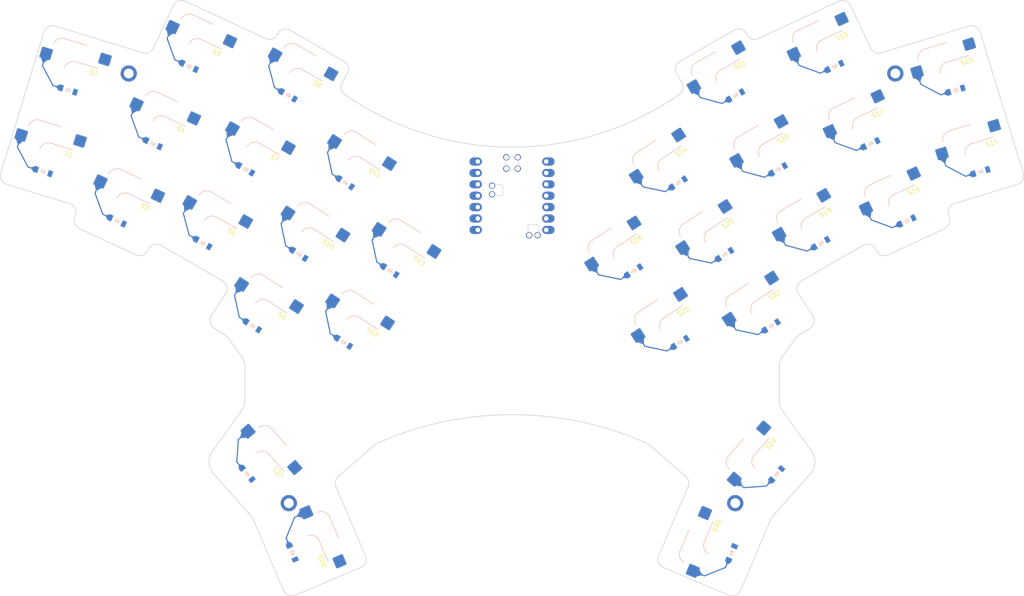
<source format=kicad_pcb>
(kicad_pcb (version 20241229) (generator "pcbnew") (generator_version "9.0")
  (title_block (title "metasepia_v3") (rev "v1.0.0") (company "Unknown"))
  (layers (0 "F.Cu" signal) (2 "B.Cu" signal) (13 "F.Paste" user) (15 "B.Paste" user) (5 "F.SilkS" user) (7 "B.SilkS" user) (1 "F.Mask" user) (3 "B.Mask" user) (25 "Edge.Cuts" user))
  (net 0 "")
  (net 1 "P2")
  (net 2 "pinky_home")
  (net 3 "P0")
  (net 4 "pinky_top")
  (net 5 "P4")
  (net 6 "ring_bottom")
  (net 7 "P3")
  (net 8 "ring_home")
  (net 9 "P1")
  (net 10 "ring_top")
  (net 11 "P5")
  (net 12 "middle_bottom")
  (net 13 "middle_home")
  (net 14 "middle_top")
  (net 15 "index_bottom")
  (net 16 "index_home")
  (net 17 "index_top")
  (net 18 "inner_home")
  (net 19 "inner_top")
  (net 20 "mirror_pinky_home")
  (net 21 "mirror_pinky_top")
  (net 22 "mirror_ring_bottom")
  (net 23 "mirror_ring_home")
  (net 24 "mirror_ring_top")
  (net 25 "mirror_middle_bottom")
  (net 26 "mirror_middle_home")
  (net 27 "mirror_middle_top")
  (net 28 "mirror_index_bottom")
  (net 29 "mirror_index_home")
  (net 30 "mirror_index_top")
  (net 31 "mirror_inner_home")
  (net 32 "mirror_inner_top")
  (net 33 "tucky_default")
  (net 34 "reachy_default")
  (net 35 "mirror_tucky_default")
  (net 36 "mirror_reachy_default")
  (net 37 "P6")
  (net 38 "RAW5V")
  (net 39 "GND")
  (net 40 "RAW3V3")
  (net 41 "P10")
  (net 42 "P9")
  (net 43 "P8")
  (net 44 "P7")
  (net 45 "SWCLK")
  (net 46 "SWDIO")
  (net 47 "RST")
  (net 48 "BAT_POS")
  (net 49 "BAT_NEG")
  (net 50 "NFC0")
  (net 51 "NFC1")
  (footprint "frequent:MX" (layer "F.Cu") (at 163.73919 152.498543 -33)
    (property "Reference" "S12" (at 4.25 -1.549999 327) (layer "F.SilkS") (effects (font (thickness 0.2) (bold yes))))
    (property "Value" "" (hide yes))
    (fp_line (start -7.05 0.35) (end -3.55 3.85) (stroke (width 0.25)) (layer "B.Cu"))
    (fp_line (start -7.1 -1.29) (end -7.1 0.3) (stroke (width 0.25)) (layer "B.Cu"))
    (fp_line (start -3.55 3.85) (end -2.199999 3.85) (stroke (width 0.25)) (layer "B.Cu"))
    (fp_poly (pts (xy -6.235233 -1.45) (xy -7.1 -0.25) (xy -7.965785 -1.45)) (stroke (width 0.1)) (fill yes) (layer "B.Cu"))
    (fp_poly (pts (xy -2.15 4.381844) (xy -2.9 3.85) (xy -2.15 3.34004)) (stroke (width 0.1)) (fill yes) (layer "B.Cu"))
    (pad "" np_thru_hole circle (at -5.079999 0 327) (size 1.75 1.75) (drill 1.75) (layers "*.Cu" "*.Mask"))
    (pad "" np_thru_hole circle (at -3.81 -2.54 327) (size 3.05 3.05) (drill 3.05) (layers "*.Cu" "*.Mask"))
    (pad "" np_thru_hole circle (at 0 0 327) (size 4 4) (drill 4) (layers "*.Cu" "*.Mask"))
    (pad "" np_thru_hole circle (at 2.540001 -5.08 327) (size 3.05 3.05) (drill 3.05) (layers "*.Cu" "*.Mask"))
    (pad "" np_thru_hole circle (at 5.079999 0 327) (size 1.75 1.75) (drill 1.75) (layers "*.Cu" "*.Mask"))
    (pad "1" smd rect (at 1.600001 3.850001 147) (size 1 1.4) (layers "B.Cu" "B.Mask" "B.Paste") (net 1 "P2"))
    (pad "1" smd roundrect (at 5.842 -5.08 327) (size 2.55 2.5) (layers "B.Cu" "B.Mask" "B.Paste") (roundrect_rratio 0.1) (net 1 "P2"))
    (pad "2" smd roundrect (at -7.085 -2.54 327) (size 2.55 2.5) (layers "B.Cu" "B.Mask" "B.Paste") (roundrect_rratio 0.1) (net 18 "inner_home"))
    (pad "2" smd rect (at -1.699999 3.85 147) (size 1 1.4) (layers "B.Cu" "B.Mask" "B.Paste") (net 18 "inner_home"))
  )
  (footprint "frequent:MX" (layer "F.Cu") (at 234.103033 116.973511 33)
    (property "Reference" "S24" (at 4.25 -1.55 33) (layer "F.SilkS") (effects (font (thickness 0.2) (bold yes))))
    (property "Value" "" (hide yes))
    (fp_line (start -7.1 -1.29) (end -7.1 0.3) (stroke (width 0.25)) (layer "B.Cu"))
    (fp_line (start -7.05 0.35) (end -3.55 3.85) (stroke (width 0.25)) (layer "B.Cu"))
    (fp_line (start -3.55 3.85) (end -2.199999 3.85) (stroke (width 0.25)) (layer "B.Cu"))
    (fp_poly (pts (xy -6.235233 -1.45) (xy -7.1 -0.25) (xy -7.965785 -1.45)) (stroke (width 0.1)) (fill yes) (layer "B.Cu"))
    (fp_poly (pts (xy -2.15 4.381845) (xy -2.9 3.85) (xy -2.15 3.34004)) (stroke (width 0.1)) (fill yes) (layer "B.Cu"))
    (pad "" np_thru_hole circle (at -5.079999 0 33) (size 1.75 1.75) (drill 1.75) (layers "*.Cu" "*.Mask"))
    (pad "" np_thru_hole circle (at -3.81 -2.54 33) (size 3.05 3.05) (drill 3.05) (layers "*.Cu" "*.Mask"))
    (pad "" np_thru_hole circle (at 0 0 33) (size 4 4) (drill 4) (layers "*.Cu" "*.Mask"))
    (pad "" np_thru_hole circle (at 2.54 -5.08 33) (size 3.05 3.05) (drill 3.05) (layers "*.Cu" "*.Mask"))
    (pad "" np_thru_hole circle (at 5.079999 0 33) (size 1.75 1.75) (drill 1.75) (layers "*.Cu" "*.Mask"))
    (pad "1" smd rect (at 1.600001 3.85 213) (size 1 1.4) (layers "B.Cu" "B.Mask" "B.Paste") (net 3 "P0"))
    (pad "1" smd roundrect (at 5.842 -5.08 33) (size 2.55 2.5) (layers "B.Cu" "B.Mask" "B.Paste") (roundrect_rratio 0.1) (net 3 "P0"))
    (pad "2" smd roundrect (at -7.085 -2.54 33) (size 2.55 2.5) (layers "B.Cu" "B.Mask" "B.Paste") (roundrect_rratio 0.1) (net 30 "mirror_index_top"))
    (pad "2" smd rect (at -1.699999 3.85 213) (size 1 1.4) (layers "B.Cu" "B.Mask" "B.Paste") (net 30 "mirror_index_top"))
  )
  (footprint "frequent:MX" (layer "F.Cu") (at 112.821633 125.190637 -25)
    (property "Reference" "S3" (at 4.25 -1.549999 335) (layer "F.SilkS") (effects (font (thickness 0.2) (bold yes))))
    (property "Value" "" (hide yes))
    (fp_line (start -7.05 0.35) (end -3.55 3.85) (stroke (width 0.25)) (layer "B.Cu"))
    (fp_line (start -7.1 -1.29) (end -7.1 0.3) (stroke (width 0.25)) (layer "B.Cu"))
    (fp_line (start -3.55 3.85) (end -2.2 3.85) (stroke (width 0.25)) (layer "B.Cu"))
    (fp_poly (pts (xy -6.235233 -1.45) (xy -7.1 -0.25) (xy -7.965785 -1.450001)) (stroke (width 0.1)) (fill yes) (layer "B.Cu"))
    (fp_poly (pts (xy -2.15 4.381844) (xy -2.9 3.85) (xy -2.15 3.34004)) (stroke (width 0.1)) (fill yes) (layer "B.Cu"))
    (pad "" np_thru_hole circle (at -5.08 0 335) (size 1.75 1.75) (drill 1.75) (layers "*.Cu" "*.Mask"))
    (pad "" np_thru_hole circle (at -3.81 -2.54 335) (size 3.05 3.05) (drill 3.05) (layers "*.Cu" "*.Mask"))
    (pad "" np_thru_hole circle (at 0 0 335) (size 4 4) (drill 4) (layers "*.Cu" "*.Mask"))
    (pad "" np_thru_hole circle (at 2.54 -5.08 335) (size 3.05 3.05) (drill 3.05) (layers "*.Cu" "*.Mask"))
    (pad "" np_thru_hole circle (at 5.08 0 335) (size 1.75 1.75) (drill 1.75) (layers "*.Cu" "*.Mask"))
    (pad "1" smd rect (at 1.600001 3.85 155) (size 1 1.4) (layers "B.Cu" "B.Mask" "B.Paste") (net 5 "P4"))
    (pad "1" smd roundrect (at 5.842 -5.08 335) (size 2.55 2.5) (layers "B.Cu" "B.Mask" "B.Paste") (roundrect_rratio 0.1) (net 5 "P4"))
    (pad "2" smd roundrect (at -7.085 -2.54 335) (size 2.55 2.5) (layers "B.Cu" "B.Mask" "B.Paste") (roundrect_rratio 0.1) (net 6 "ring_bottom"))
    (pad "2" smd rect (at -1.699999 3.85 155) (size 1 1.4) (layers "B.Cu" "B.Mask" "B.Paste") (net 6 "ring_bottom"))
  )
  (footprint "frequent:MX" (layer "F.Cu") (at 141.728747 113.838545 -30)
    (property "Reference" "S7" (at 4.25 -1.55 330) (layer "F.SilkS") (effects (font (thickness 0.2) (bold yes))))
    (property "Value" "" (hide yes))
    (fp_line (start -7.05 0.35) (end -3.55 3.85) (stroke (width 0.25)) (layer "B.Cu"))
    (fp_line (start -7.1 -1.29) (end -7.099999 0.3) (stroke (width 0.25)) (layer "B.Cu"))
    (fp_line (start -3.55 3.85) (end -2.199999 3.85) (stroke (width 0.25)) (layer "B.Cu"))
    (fp_poly (pts (xy -6.235233 -1.45) (xy -7.1 -0.25) (xy -7.965785 -1.45)) (stroke (width 0.1)) (fill yes) (layer "B.Cu"))
    (fp_poly (pts (xy -2.15 4.381844) (xy -2.9 3.85) (xy -2.150001 3.34004)) (stroke (width 0.1)) (fill yes) (layer "B.Cu"))
    (pad "" np_thru_hole circle (at -5.08 0 330) (size 1.75 1.75) (drill 1.75) (layers "*.Cu" "*.Mask"))
    (pad "" np_thru_hole circle (at -3.81 -2.54 330) (size 3.05 3.05) (drill 3.05) (layers "*.Cu" "*.Mask"))
    (pad "" np_thru_hole circle (at 0 0 330) (size 4 4) (drill 4) (layers "*.Cu" "*.Mask"))
    (pad "" np_thru_hole circle (at 2.54 -5.08 330) (size 3.05 3.05) (drill 3.05) (layers "*.Cu" "*.Mask"))
    (pad "" np_thru_hole circle (at 5.08 0 330) (size 1.75 1.75) (drill 1.75) (layers "*.Cu" "*.Mask"))
    (pad "1" smd rect (at 1.600001 3.849999 150) (size 1 1.4) (layers "B.Cu" "B.Mask" "B.Paste") (net 1 "P2"))
    (pad "1" smd roundrect (at 5.842 -5.08 330) (size 2.55 2.5) (layers "B.Cu" "B.Mask" "B.Paste") (roundrect_rratio 0.1) (net 1 "P2"))
    (pad "2" smd roundrect (at -7.085 -2.54 330) (size 2.55 2.5) (layers "B.Cu" "B.Mask" "B.Paste") (roundrect_rratio 0.1) (net 13 "middle_home"))
    (pad "2" smd rect (at -1.699999 3.85 150) (size 1 1.4) (layers "B.Cu" "B.Mask" "B.Paste") (net 13 "middle_home"))
  )
  (footprint "frequent:MX" (layer "F.Cu") (at 164.154513 116.973511 -33)
    (property "Reference" "S11" (at 4.25 -1.549999 327) (layer "F.SilkS") (effects (font (thickness 0.2) (bold yes))))
    (property "Value" "" (hide yes))
    (fp_line (start -7.05 0.35) (end -3.55 3.85) (stroke (width 0.25)) (layer "B.Cu"))
    (fp_line (start -7.1 -1.29) (end -7.1 0.3) (stroke (width 0.25)) (layer "B.Cu"))
    (fp_line (start -3.55 3.85) (end -2.199999 3.85) (stroke (width 0.25)) (layer "B.Cu"))
    (fp_poly (pts (xy -6.235233 -1.45) (xy -7.1 -0.25) (xy -7.965785 -1.45)) (stroke (width 0.1)) (fill yes) (layer "B.Cu"))
    (fp_poly (pts (xy -2.15 4.381844) (xy -2.9 3.85) (xy -2.15 3.34004)) (stroke (width 0.1)) (fill yes) (layer "B.Cu"))
    (pad "" np_thru_hole circle (at -5.079999 0 327) (size 1.75 1.75) (drill 1.75) (layers "*.Cu" "*.Mask"))
    (pad "" np_thru_hole circle (at -3.81 -2.54 327) (size 3.05 3.05) (drill 3.05) (layers "*.Cu" "*.Mask"))
    (pad "" np_thru_hole circle (at 0 0 327) (size 4 4) (drill 4) (layers "*.Cu" "*.Mask"))
    (pad "" np_thru_hole circle (at 2.540001 -5.08 327) (size 3.05 3.05) (drill 3.05) (layers "*.Cu" "*.Mask"))
    (pad "" np_thru_hole circle (at 5.079999 0 327) (size 1.75 1.75) (drill 1.75) (layers "*.Cu" "*.Mask"))
    (pad "1" smd rect (at 1.600001 3.850001 147) (size 1 1.4) (layers "B.Cu" "B.Mask" "B.Paste") (net 9 "P1"))
    (pad "1" smd roundrect (at 5.842 -5.08 327) (size 2.55 2.5) (layers "B.Cu" "B.Mask" "B.Paste") (roundrect_rratio 0.1) (net 9 "P1"))
    (pad "2" smd roundrect (at -7.085 -2.54 327) (size 2.55 2.5) (layers "B.Cu" "B.Mask" "B.Paste") (roundrect_rratio 0.1) (net 17 "index_top"))
    (pad "2" smd rect (at -1.699999 3.85 147) (size 1 1.4) (layers "B.Cu" "B.Mask" "B.Paste") (net 17 "index_top"))
  )
  (footprint "frequent:MX" (layer "F.Cu") (at 153.806371 132.908252 -33)
    (property "Reference" "S10" (at 4.25 -1.549999 327) (layer "F.SilkS") (effects (font (thickness 0.2) (bold yes))))
    (property "Value" "" (hide yes))
    (fp_line (start -7.05 0.35) (end -3.55 3.85) (stroke (width 0.25)) (layer "B.Cu"))
    (fp_line (start -7.1 -1.29) (end -7.1 0.3) (stroke (width 0.25)) (layer "B.Cu"))
    (fp_line (start -3.55 3.85) (end -2.199999 3.85) (stroke (width 0.25)) (layer "B.Cu"))
    (fp_poly (pts (xy -6.235233 -1.45) (xy -7.1 -0.25) (xy -7.965785 -1.45)) (stroke (width 0.1)) (fill yes) (layer "B.Cu"))
    (fp_poly (pts (xy -2.15 4.381844) (xy -2.9 3.85) (xy -2.15 3.34004)) (stroke (width 0.1)) (fill yes) (layer "B.Cu"))
    (pad "" np_thru_hole circle (at -5.079999 0 327) (size 1.75 1.75) (drill 1.75) (layers "*.Cu" "*.Mask"))
    (pad "" np_thru_hole circle (at -3.81 -2.54 327) (size 3.05 3.05) (drill 3.05) (layers "*.Cu" "*.Mask"))
    (pad "" np_thru_hole circle (at 0 0 327) (size 4 4) (drill 4) (layers "*.Cu" "*.Mask"))
    (pad "" np_thru_hole circle (at 2.540001 -5.08 327) (size 3.05 3.05) (drill 3.05) (layers "*.Cu" "*.Mask"))
    (pad "" np_thru_hole circle (at 5.079999 0 327) (size 1.75 1.75) (drill 1.75) (layers "*.Cu" "*.Mask"))
    (pad "1" smd rect (at 1.600001 3.850001 147) (size 1 1.4) (layers "B.Cu" "B.Mask" "B.Paste") (net 7 "P3"))
    (pad "1" smd roundrect (at 5.842 -5.08 327) (size 2.55 2.5) (layers "B.Cu" "B.Mask" "B.Paste") (roundrect_rratio 0.1) (net 7 "P3"))
    (pad "2" smd roundrect (at -7.085 -2.54 327) (size 2.55 2.5) (layers "B.Cu" "B.Mask" "B.Paste") (roundrect_rratio 0.1) (net 16 "index_home"))
    (pad "2" smd rect (at -1.699999 3.85 147) (size 1 1.4) (layers "B.Cu" "B.Mask" "B.Paste") (net 16 "index_home"))
  )
  (footprint "frequent:MX" (layer "F.Cu") (at 277.406166 107.970789 25)
    (property "Reference" "S17" (at 4.25 -1.55 25) (layer "F.SilkS") (effects (font (thickness 0.2) (bold yes))))
    (property "Value" "" (hide yes))
    (fp_line (start -7.1 -1.29) (end -7.1 0.3) (stroke (width 0.25)) (layer "B.Cu"))
    (fp_line (start -7.05 0.349999) (end -3.55 3.85) (stroke (width 0.25)) (layer "B.Cu"))
    (fp_line (start -3.55 3.85) (end -2.199999 3.85) (stroke (width 0.25)) (layer "B.Cu"))
    (fp_poly (pts (xy -6.235233 -1.45) (xy -7.1 -0.25) (xy -7.965785 -1.45)) (stroke (width 0.1)) (fill yes) (layer "B.Cu"))
    (fp_poly (pts (xy -2.15 4.381845) (xy -2.9 3.85) (xy -2.15 3.34004)) (stroke (width 0.1)) (fill yes) (layer "B.Cu"))
    (pad "" np_thru_hole circle (at -5.08 0 25) (size 1.75 1.75) (drill 1.75) (layers "*.Cu" "*.Mask"))
    (pad "" np_thru_hole circle (at -3.81 -2.54 25) (size 3.05 3.05) (drill 3.05) (layers "*.Cu" "*.Mask"))
    (pad "" np_thru_hole circle (at 0 0 25) (size 4 4) (drill 4) (layers "*.Cu" "*.Mask"))
    (pad "" np_thru_hole circle (at 2.54 -5.08 25) (size 3.05 3.05) (drill 3.05) (layers "*.Cu" "*.Mask"))
    (pad "" np_thru_hole circle (at 5.08 0 25) (size 1.75 1.75) (drill 1.75) (layers "*.Cu" "*.Mask"))
    (pad "1" smd rect (at 1.600001 3.85 205) (size 1 1.4) (layers "B.Cu" "B.Mask" "B.Paste") (net 1 "P2"))
    (pad "1" smd roundrect (at 5.842 -5.08 25) (size 2.55 2.5) (layers "B.Cu" "B.Mask" "B.Paste") (roundrect_rratio 0.1) (net 1 "P2"))
    (pad "2" smd roundrect (at -7.085 -2.54 25) (size 2.55 2.5) (layers "B.Cu" "B.Mask" "B.Paste") (roundrect_rratio 0.1) (net 23 "mirror_ring_home"))
    (pad "2" smd rect (at -1.699999 3.85 205) (size 1 1.4) (layers "B.Cu" "B.Mask" "B.Paste") (net 23 "mirror_ring_home"))
  )
  (footprint "frequent:MX" (layer "F.Cu") (at 244.500341 201.146243 67)
    (property "Reference" "S30" (at 4.25 -1.55 67) (layer "F.SilkS") (effects (font (thickness 0.2) (bold yes))))
    (property "Value" "" (hide yes))
    (fp_line (start -7.1 -1.29) (end -7.1 0.3) (stroke (width 0.25)) (layer "B.Cu"))
    (fp_line (start -7.05 0.35) (end -3.55 3.85) (stroke (width 0.25)) (layer "B.Cu"))
    (fp_line (start -3.55 3.85) (end -2.199999 3.850001) (stroke (width 0.25)) (layer "B.Cu"))
    (fp_poly (pts (xy -6.235233 -1.45) (xy -7.1 -0.25) (xy -7.965785 -1.45)) (stroke (width 0.1)) (fill yes) (layer "B.Cu"))
    (fp_poly (pts (xy -2.15 4.381844) (xy -2.9 3.85) (xy -2.15 3.34004)) (stroke (width 0.1)) (fill yes) (layer "B.Cu"))
    (pad "" np_thru_hole circle (at -5.08 0 67) (size 1.75 1.75) (drill 1.75) (layers "*.Cu" "*.Mask"))
    (pad "" np_thru_hole circle (at -3.81 -2.54 67) (size 3.05 3.05) (drill 3.05) (layers "*.Cu" "*.Mask"))
    (pad "" np_thru_hole circle (at 0 0 67) (size 4 4) (drill 4) (layers "*.Cu" "*.Mask"))
    (pad "" np_thru_hole circle (at 2.539999 -5.08 67) (size 3.05 3.05) (drill 3.05) (layers "*.Cu" "*.Mask"))
    (pad "" np_thru_hole circle (at 5.08 0 67) (size 1.75 1.75) (drill 1.75) (layers "*.Cu" "*.Mask"))
    (pad "1" smd rect (at 1.600001 3.85 247) (size 1 1.4) (layers "B.Cu" "B.Mask" "B.Paste") (net 11 "P5"))
    (pad "1" smd roundrect (at 5.842 -5.079999 67) (size 2.55 2.5) (layers "B.Cu" "B.Mask" "B.Paste") (roundrect_rratio 0.1) (net 11 "P5"))
    (pad "2" smd roundrect (at -7.085 -2.54 67) (size 2.55 2.5) (layers "B.Cu" "B.Mask" "B.Paste") (roundrect_rratio 0.1) (net 36 "mirror_reachy_default"))
    (pad "2" smd rect (at -1.699999 3.85 247) (size 1 1.4) (layers "B.Cu" "B.Mask" "B.Paste") (net 36 "mirror_reachy_default"))
  )
  (footprint "frequent:MX" (layer "F.Cu") (at 254.799316 148.842993 33)
    (property "Reference" "S22" (at 4.25 -1.55 33) (layer "F.SilkS") (effects (font (thickness 0.2) (bold yes))))
    (property "Value" "" (hide yes))
    (fp_line (start -7.1 -1.29) (end -7.1 0.3) (stroke (width 0.25)) (layer "B.Cu"))
    (fp_line (start -7.05 0.35) (end -3.55 3.85) (stroke (width 0.25)) (layer "B.Cu"))
    (fp_line (start -3.55 3.85) (end -2.199999 3.85) (stroke (width 0.25)) (layer "B.Cu"))
    (fp_poly (pts (xy -6.235233 -1.45) (xy -7.1 -0.25) (xy -7.965785 -1.45)) (stroke (width 0.1)) (fill yes) (layer "B.Cu"))
    (fp_poly (pts (xy -2.15 4.381845) (xy -2.9 3.85) (xy -2.15 3.34004)) (stroke (width 0.1)) (fill yes) (layer "B.Cu"))
    (pad "" np_thru_hole circle (at -5.079999 0 33) (size 1.75 1.75) (drill 1.75) (layers "*.Cu" "*.Mask"))
    (pad "" np_thru_hole circle (at -3.81 -2.54 33) (size 3.05 3.05) (drill 3.05) (layers "*.Cu" "*.Mask"))
    (pad "" np_thru_hole circle (at 0 0 33) (size 4 4) (drill 4) (layers "*.Cu" "*.Mask"))
    (pad "" np_thru_hole circle (at 2.54 -5.08 33) (size 3.05 3.05) (drill 3.05) (layers "*.Cu" "*.Mask"))
    (pad "" np_thru_hole circle (at 5.079999 0 33) (size 1.75 1.75) (drill 1.75) (layers "*.Cu" "*.Mask"))
    (pad "1" smd rect (at 1.600001 3.85 213) (size 1 1.4) (layers "B.Cu" "B.Mask" "B.Paste") (net 11 "P5"))
    (pad "1" smd roundrect (at 5.842 -5.08 33) (size 2.55 2.5) (layers "B.Cu" "B.Mask" "B.Paste") (roundrect_rratio 0.1) (net 11 "P5"))
    (pad "2" smd roundrect (at -7.085 -2.54 33) (size 2.55 2.5) (layers "B.Cu" "B.Mask" "B.Paste") (roundrect_rratio 0.1) (net 28 "mirror_index_bottom"))
    (pad "2" smd rect (at -1.699999 3.85 213) (size 1 1.4) (layers "B.Cu" "B.Mask" "B.Paste") (net 28 "mirror_index_bottom"))
  )
  (footprint "frequent:MX" (layer "F.Cu") (at 244.451175 132.908252 33)
    (property "Reference" "S23" (at 4.25 -1.55 33) (layer "F.SilkS") (effects (font (thickness 0.2) (bold yes))))
    (property "Value" "" (hide yes))
    (fp_line (start -7.1 -1.29) (end -7.1 0.3) (stroke (width 0.25)) (layer "B.Cu"))
    (fp_line (start -7.05 0.35) (end -3.55 3.85) (stroke (width 0.25)) (layer "B.Cu"))
    (fp_line (start -3.55 3.85) (end -2.199999 3.85) (stroke (width 0.25)) (layer "B.Cu"))
    (fp_poly (pts (xy -6.235233 -1.45) (xy -7.1 -0.25) (xy -7.965785 -1.45)) (stroke (width 0.1)) (fill yes) (layer "B.Cu"))
    (fp_poly (pts (xy -2.15 4.381845) (xy -2.9 3.85) (xy -2.15 3.34004)) (stroke (width 0.1)) (fill yes) (layer "B.Cu"))
    (pad "" np_thru_hole circle (at -5.079999 0 33) (size 1.75 1.75) (drill 1.75) (layers "*.Cu" "*.Mask"))
    (pad "" np_thru_hole circle (at -3.81 -2.54 33) (size 3.05 3.05) (drill 3.05) (layers "*.Cu" "*.Mask"))
    (pad "" np_thru_hole circle (at 0 0 33) (size 4 4) (drill 4) (layers "*.Cu" "*.Mask"))
    (pad "" np_thru_hole circle (at 2.54 -5.08 33) (size 3.05 3.05) (drill 3.05) (layers "*.Cu" "*.Mask"))
    (pad "" np_thru_hole circle (at 5.079999 0 33) (size 1.75 1.75) (drill 1.75) (layers "*.Cu" "*.Mask"))
    (pad "1" smd rect (at 1.600001 3.85 213) (size 1 1.4) (layers "B.Cu" "B.Mask" "B.Paste") (net 1 "P2"))
    (pad "1" smd roundrect (at 5.842 -5.08 33) (size 2.55 2.5) (layers "B.Cu" "B.Mask" "B.Paste") (roundrect_rratio 0.1) (net 1 "P2"))
    (pad "2" smd roundrect (at -7.085 -2.54 33) (size 2.55 2.5) (layers "B.Cu" "B.Mask" "B.Paste") (roundrect_rratio 0.1) (net 29 "mirror_index_home"))
    (pad "2" smd rect (at -1.699999 3.85 213) (size 1 1.4) (layers "B.Cu" "B.Mask" "B.Paste") (net 29 "mirror_index_home"))
  )
  (footprint "frequent:MX" (layer "F.Cu") (at 266.028799 130.293027 30)
    (property "Reference" "S19" (at 4.25 -1.55 30) (layer "F.SilkS") (effects (font (thickness 0.2) (bold yes))))
    (property "Value" "" (hide yes))
    (fp_line (start -7.1 -1.29) (end -7.1 0.300001) (stroke (width 0.25)) (layer "B.Cu"))
    (fp_line (start -7.05 0.35) (end -3.55 3.85) (stroke (width 0.25)) (layer "B.Cu"))
    (fp_line (start -3.55 3.85) (end -2.199999 3.85) (stroke (width 0.25)) (layer "B.Cu"))
    (fp_poly (pts (xy -6.235233 -1.45) (xy -7.1 -0.25) (xy -7.965785 -1.45)) (stroke (width 0.1)) (fill yes) (layer "B.Cu"))
    (fp_poly (pts (xy -2.15 4.381844) (xy -2.9 3.85) (xy -2.15 3.340039)) (stroke (width 0.1)) (fill yes) (layer "B.Cu"))
    (pad "" np_thru_hole circle (at -5.08 0 30) (size 1.75 1.75) (drill 1.75) (layers "*.Cu" "*.Mask"))
    (pad "" np_thru_hole circle (at -3.81 -2.540001 30) (size 3.05 3.05) (drill 3.05) (layers "*.Cu" "*.Mask"))
    (pad "" np_thru_hole circle (at 0 0 30) (size 4 4) (drill 4) (layers "*.Cu" "*.Mask"))
    (pad "" np_thru_hole circle (at 2.54 -5.08 30) (size 3.05 3.05) (drill 3.05) (layers "*.Cu" "*.Mask"))
    (pad "" np_thru_hole circle (at 5.08 0 30) (size 1.75 1.75) (drill 1.75) (layers "*.Cu" "*.Mask"))
    (pad "1" smd rect (at 1.600002 3.85 210) (size 1 1.4) (layers "B.Cu" "B.Mask" "B.Paste") (net 5 "P4"))
    (pad "1" smd roundrect (at 5.842 -5.08 30) (size 2.55 2.5) (layers "B.Cu" "B.Mask" "B.Paste") (roundrect_rratio 0.1) (net 5 "P4"))
    (pad "2" smd roundrect (at -7.085 -2.54 30) (size 2.55 2.5) (layers "B.Cu" "B.Mask" "B.Paste") (roundrect_rratio 0.1) (net 25 "mirror_middle_bottom"))
    (pad "2" smd rect (at -1.699999 3.85 210) (size 1 1.4) (layers "B.Cu" "B.Mask" "B.Paste") (net 25 "mirror_middle_bottom"))
  )
  (footprint "frequent:MX" (layer "F.Cu") (at 256.528799 113.838545 30)
    (property "Reference" "S20" (at 4.25 -1.55 30) (layer "F.SilkS") (effects (font (thickness 0.2) (bold yes))))
    (property "Value" "" (hide yes))
    (fp_line (start -7.1 -1.29) (end -7.1 0.300001) (stroke (width 0.25)) (layer "B.Cu"))
    (fp_line (start -7.05 0.35) (end -3.55 3.85) (stroke (width 0.25)) (layer "B.Cu"))
    (fp_line (start -3.55 3.85) (end -2.199999 3.85) (stroke (width 0.25)) (layer "B.Cu"))
    (fp_poly (pts (xy -6.235233 -1.45) (xy -7.1 -0.25) (xy -7.965785 -1.45)) (stroke (width 0.1)) (fill yes) (layer "B.Cu"))
    (fp_poly (pts (xy -2.15 4.381844) (xy -2.9 3.85) (xy -2.15 3.340039)) (stroke (width 0.1)) (fill yes) (layer "B.Cu"))
    (pad "" np_thru_hole circle (at -5.08 0 30) (size 1.75 1.75) (drill 1.75) (layers "*.Cu" "*.Mask"))
    (pad "" np_thru_hole circle (at -3.81 -2.540001 30) (size 3.05 3.05) (drill 3.05) (layers "*.Cu" "*.Mask"))
    (pad "" np_thru_hole circle (at 0 0 30) (size 4 4) (drill 4) (layers "*.Cu" "*.Mask"))
    (pad "" np_thru_hole circle (at 2.54 -5.08 30) (size 3.05 3.05) (drill 3.05) (layers "*.Cu" "*.Mask"))
    (pad "" np_thru_hole circle (at 5.08 0 30) (size 1.75 1.75) (drill 1.75) (layers "*.Cu" "*.Mask"))
    (pad "1" smd rect (at 1.600002 3.85 210) (size 1 1.4) (layers "B.Cu" "B.Mask" "B.Paste") (net 7 "P3"))
    (pad "1" smd roundrect (at 5.842 -5.08 30) (size 2.55 2.5) (layers "B.Cu" "B.Mask" "B.Paste") (roundrect_rratio 0.1) (net 7 "P3"))
    (pad "2" smd roundrect (at -7.085 -2.54 30) (size 2.55 2.5) (layers "B.Cu" "B.Mask" "B.Paste") (roundrect_rratio 0.1) (net 26 "mirror_middle_home"))
    (pad "2" smd rect (at -1.699999 3.85 210) (size 1 1.4) (layers "B.Cu" "B.Mask" "B.Paste") (net 26 "mirror_middle_home"))
  )
  (footprint "frequent:MX" (layer "F.Cu") (at 234.518356 152.498543 33)
    (property "Reference" "S25" (at 4.25 -1.55 33) (layer "F.SilkS") (effects (font (thickness 0.2) (bold yes))))
    (property "Value" "" (hide yes))
    (fp_line (start -7.1 -1.29) (end -7.1 0.3) (stroke (width 0.25)) (layer "B.Cu"))
    (fp_line (start -7.05 0.35) (end -3.55 3.85) (stroke (width 0.25)) (layer "B.Cu"))
    (fp_line (start -3.55 3.85) (end -2.199999 3.85) (stroke (width 0.25)) (layer "B.Cu"))
    (fp_poly (pts (xy -6.235233 -1.45) (xy -7.1 -0.25) (xy -7.965785 -1.45)) (stroke (width 0.1)) (fill yes) (layer "B.Cu"))
    (fp_poly (pts (xy -2.15 4.381845) (xy -2.9 3.85) (xy -2.15 3.34004)) (stroke (width 0.1)) (fill yes) (layer "B.Cu"))
    (pad "" np_thru_hole circle (at -5.079999 0 33) (size 1.75 1.75) (drill 1.75) (layers "*.Cu" "*.Mask"))
    (pad "" np_thru_hole circle (at -3.81 -2.54 33) (size 3.05 3.05) (drill 3.05) (layers "*.Cu" "*.Mask"))
    (pad "" np_thru_hole circle (at 0 0 33) (size 4 4) (drill 4) (layers "*.Cu" "*.Mask"))
    (pad "" np_thru_hole circle (at 2.54 -5.08 33) (size 3.05 3.05) (drill 3.05) (layers "*.Cu" "*.Mask"))
    (pad "" np_thru_hole circle (at 5.079999 0 33) (size 1.75 1.75) (drill 1.75) (layers "*.Cu" "*.Mask"))
    (pad "1" smd rect (at 1.600001 3.85 213) (size 1 1.4) (layers "B.Cu" "B.Mask" "B.Paste") (net 7 "P3"))
    (pad "1" smd roundrect (at 5.842 -5.08 33) (size 2.55 2.5) (layers "B.Cu" "B.Mask" "B.Paste") (roundrect_rratio 0.1) (net 7 "P3"))
    (pad "2" smd roundrect (at -7.085 -2.54 33) (size 2.55 2.5) (layers "B.Cu" "B.Mask" "B.Paste") (roundrect_rratio 0.1) (net 31 "mirror_inner_home"))
    (pad "2" smd rect (at -1.699999 3.85 213) (size 1 1.4) (layers "B.Cu" "B.Mask" "B.Paste") (net 31 "mirror_inner_home"))
  )
  (footprint "frequent:MX" (layer "F.Cu") (at 101.411049 95.837358 -17)
    (property "Reference" "S2" (at 4.25 -1.55 343) (layer "F.SilkS") (effects (font (thickness 0.2) (bold yes))))
    (property "Value" "" (hide yes))
    (fp_line (start -7.05 0.35) (end -3.55 3.85) (stroke (width 0.25)) (layer "B.Cu"))
    (fp_line (start -7.1 -1.29) (end -7.1 0.3) (stroke (width 0.25)) (layer "B.Cu"))
    (fp_line (start -3.55 3.85) (end -2.199999 3.85) (stroke (width 0.25)) (layer "B.Cu"))
    (fp_poly (pts (xy -6.235233 -1.45) (xy -7.1 -0.25) (xy -7.965785 -1.45)) (stroke (width 0.1)) (fill yes) (layer "B.Cu"))
    (fp_poly (pts (xy -2.15 4.381844) (xy -2.9 3.85) (xy -2.15 3.34004)) (stroke (width 0.1)) (fill yes) (layer "B.Cu"))
    (pad "" np_thru_hole circle (at -5.08 0 343) (size 1.75 1.75) (drill 1.75) (layers "*.Cu" "*.Mask"))
    (pad "" np_thru_hole circle (at -3.81 -2.54 343) (size 3.05 3.05) (drill 3.05) (layers "*.Cu" "*.Mask"))
    (pad "" np_thru_hole circle (at 0 0 343) (size 4 4) (drill 4) (layers "*.Cu" "*.Mask"))
    (pad "" np_thru_hole circle (at 2.54 -5.08 343) (size 3.05 3.05) (drill 3.05) (layers "*.Cu" "*.Mask"))
    (pad "" np_thru_hole circle (at 5.08 0 343) (size 1.75 1.75) (drill 1.75) (layers "*.Cu" "*.Mask"))
    (pad "1" smd rect (at 1.600001 3.85 163) (size 1 1.4) (layers "B.Cu" "B.Mask" "B.Paste") (net 3 "P0"))
    (pad "1" smd roundrect (at 5.842 -5.08 343) (size 2.55 2.5) (layers "B.Cu" "B.Mask" "B.Paste") (roundrect_rratio 0.1) (net 3 "P0"))
    (pad "2" smd roundrect (at -7.085 -2.54 343) (size 2.55 2.5) (layers "B.Cu" "B.Mask" "B.Paste") (roundrect_rratio 0.1) (net 4 "pinky_top"))
    (pad "2" smd rect (at -1.699999 3.85 163) (size 1 1.4) (layers "B.Cu" "B.Mask" "B.Paste") (net 4 "pinky_top"))
  )
  (footprint "frequent:xiao-smd" (layer "F.Cu") (at 199.128773 123.063803)
    (property "Reference" "MCU1" (hide yes))
    (property "Value" "xiao-ble" (hide yes))
    (fp_line (start -4.699 -1.7902) (end -4.699 -0.7488) (stroke (width 0.12)) (layer "Edge.Cuts"))
    (fp_line (start -4.0132 -2.476) (end -2.413 -2.476) (stroke (width 0.12)) (layer "Edge.Cuts"))
    (fp_line (start -4.0132 -0.063) (end -2.413 -0.063) (stroke (width 0.12)) (layer "Edge.Cuts"))
    (fp_line (start -2.032 -2.095) (end -2.032 -0.444) (stroke (width 0.12)) (layer "Edge.Cuts"))
    (fp_line (start -1.524 -8.1402) (end -1.524 -6.4638) (stroke (width 0.12)) (layer "Edge.Cuts"))
    (fp_line (start -0.8382 -8.826) (end 0.8382 -8.826) (stroke (width 0.12)) (layer "Edge.Cuts"))
    (fp_line (start -0.8382 -5.778) (end 0.8382 -5.778) (stroke (width 0.12)) (layer "Edge.Cuts"))
    (fp_line (start 1.524 -8.1402) (end 1.524 -6.4638) (stroke (width 0.12)) (layer "Edge.Cuts"))
    (fp_line (start 3.548408 6.769408) (end 3.548408 8.369608) (stroke (width 0.12)) (layer "Edge.Cuts"))
    (fp_line (start 3.929408 6.388408) (end 5.580408 6.388408) (stroke (width 0.12)) (layer "Edge.Cuts"))
    (fp_line (start 4.234208 9.055408) (end 5.275608 9.055408) (stroke (width 0.12)) (layer "Edge.Cuts"))
    (fp_line (start 5.961408 6.769408) (end 5.961408 8.369608) (stroke (width 0.12)) (layer "Edge.Cuts"))
    (fp_arc (start -4.699 -0.7488) (mid -4.095402 -0.666688) (end -4.013137 -0.063111) (stroke (width 0.12)) (layer "Edge.Cuts"))
    (fp_arc (start -4.0132 -2.476) (mid -4.095312 -1.872402) (end -4.698889 -1.790137) (stroke (width 0.12)) (layer "Edge.Cuts"))
    (fp_arc (start -2.413 -2.476) (mid -2.143592 -2.364407) (end -2.032 -2.094998) (stroke (width 0.12)) (layer "Edge.Cuts"))
    (fp_arc (start -2.032 -0.444) (mid -2.143593 -0.174592) (end -2.413002 -0.063) (stroke (width 0.12)) (layer "Edge.Cuts"))
    (fp_arc (start -1.524 -6.4638) (mid -0.920405 -6.381691) (end -0.838133 -5.778118) (stroke (width 0.12)) (layer "Edge.Cuts"))
    (fp_arc (start -0.8382 -8.826) (mid -0.920309 -8.222405) (end -1.523882 -8.140133) (stroke (width 0.12)) (layer "Edge.Cuts"))
    (fp_arc (start 0.8382 -5.778) (mid 0.920405 -6.381522) (end 1.523933 -6.463681) (stroke (width 0.12)) (layer "Edge.Cuts"))
    (fp_arc (start 1.524 -8.1402) (mid 0.920405 -8.222308) (end 0.838133 -8.825881) (stroke (width 0.12)) (layer "Edge.Cuts"))
    (fp_arc (start 3.548408 6.769392) (mid 3.660009 6.499987) (end 3.929424 6.388408) (stroke (width 0.12)) (layer "Edge.Cuts"))
    (fp_arc (start 3.548408 8.369608) (mid 4.152091 8.451796) (end 4.234301 9.055476) (stroke (width 0.12)) (layer "Edge.Cuts"))
    (fp_arc (start 5.275608 9.055408) (mid 5.35788 8.451784) (end 5.961527 8.369675) (stroke (width 0.12)) (layer "Edge.Cuts"))
    (fp_arc (start 5.580408 6.388408) (mid 5.849808 6.500004) (end 5.961392 6.769408) (stroke (width 0.12)) (layer "Edge.Cuts"))
    (pad "1" thru_hole oval (at -7.62 -7.62) (size 2.75 1.8) (drill 1 (offset -0.475 0)) (layers "*.Cu" "*.Mask") (net 3 "P0"))
    (pad "2" thru_hole oval (at -7.62 -5.08) (size 2.75 1.8) (drill 1 (offset -0.475 0)) (layers "*.Cu" "*.Mask") (net 9 "P1"))
    (pad "3" thru_hole oval (at -7.62 -2.54) (size 2.75 1.8) (drill 1 (offset -0.475 0)) (layers "*.Cu" "*.Mask") (net 1 "P2"))
    (pad "4" thru_hole oval (at -7.62 0) (size 2.75 1.8) (drill 1 (offset -0.475 0)) (layers "*.Cu" "*.Mask") (net 7 "P3"))
    (pad "5" thru_hole oval (at -7.62 2.54) (size 2.75 1.8) (drill 1 (offset -0.475 0)) (layers "*.Cu" "*.Mask") (net 5 "P4"))
    (pad "6" thru_hole oval (at -7.62 5.08) (size 2.75 1.8) (drill 1 (offset -0.475 0)) (layers "*.Cu" "*.Mask") (net 11 "P5"))
    (pad "7" thru_hole oval (at -7.62 7.62) (size 2.75 1.8) (drill 1 (offset -0.475 0)) (layers "*.Cu" "*.Mask") (net 37 "P6"))
    (pad "8" thru_hole oval (at 7.62 7.62 180) (size 2.75 1.8) (drill 1 (offset -0.475 0)) (layers "*.Cu" "*.Mask") (net 44 "P7"))
    (pad "9" thru_hole oval (at 7.62 5.08 180) (size 2.75 1.8) (drill 1 (offset -0.475 0)) (layers "*.Cu" "*.Mask") (net 43 "P8"))
    (pad "10" thru_hole oval (at 7.62 2.54 180) (size 2.75 1.8) (drill 1 (offset -0.475 0)) (layers "*.Cu" "*.Mask") (net 42 "P9"))
    (pad "11" thru_hole oval (at 7.62 0 180) (size 2.75 1.8) (drill 1 (offset -0.475 0)) (layers "*.Cu" "*.Mask") (net 41 "P10"))
    (pad "12" thru_hole oval (at 7.62 -2.54 180) (size 2.75 1.8) (drill 1 (offset -0.475 0)) (layers "*.Cu" "*.Mask") (net 40 "RAW3V3"))
    (pad "13" thru_hole oval (at 7.62 -5.08 180) (size 2.75 1.8) (drill 1 (offset -0.475 0)) (layers "*.Cu" "*.Mask") (net 39 "GND"))
    (pad "14" thru_hole oval (at 7.62 -7.62 180) (size 2.75 1.8) (drill 1 (offset -0.475 0)) (layers "*.Cu" "*.Mask") (net 38 "RAW5V"))
    (pad "15" thru_hole circle (at -1.27 -8.572 90) (size 1.397 1.397) (drill 1.016) (layers "*.Cu" "*.Mask") (net 45 "SWCLK"))
    (pad "16" thru_hole circle (at 1.27 -8.572 90) (size 1.397 1.397) (drill 1.016) (layers "*.Cu" "*.Mask") (net 46 "SWDIO"))
    (pad "17" thru_hole circle (at -1.27 -6.032 90) (size 1.397 1.397) (drill 1.016) (layers "*.Cu" "*.Mask") (net 39 "GND"))
    (pad "18" thru_hole circle (at 1.27 -6.032 90) (size 1.397 1.397) (drill 1.016) (layers "*.Cu" "*.Mask") (net 47 "RST"))
    (pad "19" thru_hole circle (at -4.445 -0.317 180) (size 1.397 1.397) (drill 1.016) (layers "*.Cu" "*.Mask") (net 48 "BAT_POS"))
    (pad "20" thru_hole circle (at -4.445 -2.222 180) (size 1.397 1.397) (drill 1.016) (layers "*.Cu" "*.Mask") (net 49 "BAT_NEG"))
    (pad "21" thru_hole circle (at 3.802408 8.801408 270) (size 1.397 1.397) (drill 1.016) (layers "*.Cu" "*.Mask") (net 50 "NFC0"))
    (pad "22" thru_hole circle (at 5.707408 8.801408 270) (size 1.397 1.397) (drill 1.016) (layers "*.Cu" "*.Mask") (net 51 "NFC1"))
  )
  (footprint "frequent:MX" (layer "F.Cu") (at 255.183525 182.575839 49)
    (property "Reference" "S29" (at 4.25 -1.55 49) (layer "F.SilkS") (effects (font (thickness 0.2) (bold yes))))
    (property "Value" "" (hide yes))
    (fp_line (start -7.1 -1.29) (end -7.1 0.3) (stroke (width 0.25)) (layer "B.Cu"))
    (fp_line (start -7.05 0.35) (end -3.55 3.85) (stroke (width 0.25)) (layer "B.Cu"))
    (fp_line (start -3.55 3.85) (end -2.199999 3.850001) (stroke (width 0.25)) (layer "B.Cu"))
    (fp_poly (pts (xy -6.235233 -1.45) (xy -7.1 -0.250001) (xy -7.965785 -1.45)) (stroke (width 0.1)) (fill yes) (layer "B.Cu"))
    (fp_poly (pts (xy -2.15 4.381844) (xy -2.9 3.85) (xy -2.15 3.34004)) (stroke (width 0.1)) (fill yes) (layer "B.Cu"))
    (pad "" np_thru_hole circle (at -5.08 0 49) (size 1.75 1.75) (drill 1.75) (layers "*.Cu" "*.Mask"))
    (pad "" np_thru_hole circle (at -3.81 -2.54 49) (size 3.05 3.05) (drill 3.05) (layers "*.Cu" "*.Mask"))
    (pad "" np_thru_hole circle (at 0 0 49) (size 4 4) (drill 4) (layers "*.Cu" "*.Mask"))
    (pad "" np_thru_hole circle (at 2.54 -5.08 49) (size 3.05 3.05) (drill 3.05) (layers "*.Cu" "*.Mask"))
    (pad "" np_thru_hole circle (at 5.08 0 49) (size 1.75 1.75) (drill 1.75) (layers "*.Cu" "*.Mask"))
    (pad "1" smd rect (at 1.600001 3.85 229) (size 1 1.4) (layers "B.Cu" "B.Mask" "B.Paste") (net 5 "P4"))
    (pad "1" smd roundrect (at 5.842 -5.08 49) (size 2.55 2.5) (layers "B.Cu" "B.Mask" "B.Paste") (roundrect_rratio 0.1) (net 5 "P4"))
    (pad "2" smd roundrect (at -7.085 -2.540001 49) (size 2.55 2.5) (layers "B.Cu" "B.Mask" "B.Paste") (roundrect_rratio 0.1) (net 35 "mirror_tucky_default"))
    (pad "2" smd rect (at -1.699999 3.85 229) (size 1 1.4) (layers "B.Cu" "B.Mask" "B.Paste") (net 35 "mirror_tucky_default"))
  )
  (footprint "frequent:MX" (layer "F.Cu") (at 174.087332 136.563803 -33)
    (property "Reference" "S13" (at 4.25 -1.549999 327) (layer "F.SilkS") (effects (font (thickness 0.2) (bold yes))))
    (property "Value" "" (hide yes))
    (fp_line (start -7.05 0.35) (end -3.55 3.85) (stroke (width 0.25)) (layer "B.Cu"))
    (fp_line (start -7.1 -1.29) (end -7.1 0.3) (stroke (width 0.25)) (layer "B.Cu"))
    (fp_line (start -3.55 3.85) (end -2.199999 3.85) (stroke (width 0.25)) (layer "B.Cu"))
    (fp_poly (pts (xy -6.235233 -1.45) (xy -7.1 -0.25) (xy -7.965785 -1.45)) (stroke (width 0.1)) (fill yes) (layer "B.Cu"))
    (fp_poly (pts (xy -2.15 4.381844) (xy -2.9 3.85) (xy -2.15 3.34004)) (stroke (width 0.1)) (fill yes) (layer "B.Cu"))
    (pad "" np_thru_hole circle (at -5.079999 0 327) (size 1.75 1.75) (drill 1.75) (layers "*.Cu" "*.Mask"))
    (pad "" np_thru_hole circle (at -3.81 -2.54 327) (size 3.05 3.05) (drill 3.05) (layers "*.Cu" "*.Mask"))
    (pad "" np_thru_hole circle (at 0 0 327) (size 4 4) (drill 4) (layers "*.Cu" "*.Mask"))
    (pad "" np_thru_hole circle (at 2.540001 -5.08 327) (size 3.05 3.05) (drill 3.05) (layers "*.Cu" "*.Mask"))
    (pad "" np_thru_hole circle (at 5.079999 0 327) (size 1.75 1.75) (drill 1.75) (layers "*.Cu" "*.Mask"))
    (pad "1" smd rect (at 1.600001 3.850001 147) (size 1 1.4) (layers "B.Cu" "B.Mask" "B.Paste") (net 3 "P0"))
    (pad "1" smd roundrect (at 5.842 -5.08 327) (size 2.55 2.5) (layers "B.Cu" "B.Mask" "B.Paste") (roundrect_rratio 0.1) (net 3 "P0"))
    (pad "2" smd roundrect (at -7.085 -2.54 327) (size 2.55 2.5) (layers "B.Cu" "B.Mask" "B.Paste") (roundrect_rratio 0.1) (net 19 "inner_top"))
    (pad "2" smd rect (at -1.699999 3.85 147) (size 1 1.4) (layers "B.Cu" "B.Mask" "B.Paste") (net 19 "inner_top"))
  )
  (footprint "frequent:MX" (layer "F.Cu") (at 95.855986 114.007148 -17)
    (property "Reference" "S1" (at 4.25 -1.55 343) (layer "F.SilkS") (effects (font (thickness 0.2) (bold yes))))
    (property "Value" "" (hide yes))
    (fp_line (start -7.05 0.35) (end -3.55 3.85) (stroke (width 0.25)) (layer "B.Cu"))
    (fp_line (start -7.1 -1.29) (end -7.1 0.3) (stroke (width 0.25)) (layer "B.Cu"))
    (fp_line (start -3.55 3.85) (end -2.199999 3.85) (stroke (width 0.25)) (layer "B.Cu"))
    (fp_poly (pts (xy -6.235233 -1.45) (xy -7.1 -0.25) (xy -7.965785 -1.45)) (stroke (width 0.1)) (fill yes) (layer "B.Cu"))
    (fp_poly (pts (xy -2.15 4.381844) (xy -2.9 3.85) (xy -2.15 3.34004)) (stroke (width 0.1)) (fill yes) (layer "B.Cu"))
    (pad "" np_thru_hole circle (at -5.08 0 343) (size 1.75 1.75) (drill 1.75) (layers "*.Cu" "*.Mask"))
    (pad "" np_thru_hole circle (at -3.81 -2.54 343) (size 3.05 3.05) (drill 3.05) (layers "*.Cu" "*.Mask"))
    (pad "" np_thru_hole circle (at 0 0 343) (size 4 4) (drill 4) (layers "*.Cu" "*.Mask"))
    (pad "" np_thru_hole circle (at 2.54 -5.08 343) (size 3.05 3.05) (drill 3.05) (layers "*.Cu" "*.Mask"))
    (pad "" np_thru_hole circle (at 5.08 0 343) (size 1.75 1.75) (drill 1.75) (layers "*.Cu" "*.Mask"))
    (pad "1" smd rect (at 1.600001 3.85 163) (size 1 1.4) (layers "B.Cu" "B.Mask" "B.Paste") (net 1 "P2"))
    (pad "1" smd roundrect (at 5.842 -5.08 343) (size 2.55 2.5) (layers "B.Cu" "B.Mask" "B.Paste") (roundrect_rratio 0.1) (net 1 "P2"))
    (pad "2" smd roundrect (at -7.085 -2.54 343) (size 2.55 2.5) (layers "B.Cu" "B.Mask" "B.Paste") (roundrect_rratio 0.1) (net 2 "pinky_home"))
    (pad "2" smd rect (at -1.699999 3.85 163) (size 1 1.4) (layers "B.Cu" "B.Mask" "B.Paste") (net 2 "pinky_home"))
  )
  (footprint "frequent:MX" (layer "F.Cu") (at 296.846497 95.837358 17)
    (property "Reference" "S15" (at 4.25 -1.55 17) (layer "F.SilkS") (effects (font (thickness 0.2) (bold yes))))
    (property "Value" "" (hide yes))
    (fp_line (start -7.1 -1.29) (end -7.1 0.300001) (stroke (width 0.25)) (layer "B.Cu"))
    (fp_line (start -7.05 0.35) (end -3.55 3.85) (stroke (width 0.25)) (layer "B.Cu"))
    (fp_line (start -3.55 3.85) (end -2.199999 3.85) (stroke (width 0.25)) (layer "B.Cu"))
    (fp_poly (pts (xy -6.235233 -1.45) (xy -7.1 -0.25) (xy -7.965785 -1.45)) (stroke (width 0.1)) (fill yes) (layer "B.Cu"))
    (fp_poly (pts (xy -2.15 4.381844) (xy -2.9 3.85) (xy -2.15 3.34004)) (stroke (width 0.1)) (fill yes) (layer "B.Cu"))
    (pad "" np_thru_hole circle (at -5.08 0 17) (size 1.75 1.75) (drill 1.75) (layers "*.Cu" "*.Mask"))
    (pad "" np_thru_hole circle (at -3.81 -2.54 17) (size 3.05 3.05) (drill 3.05) (layers "*.Cu" "*.Mask"))
    (pad "" np_thru_hole circle (at 0 0 17) (size 4 4) (drill 4) (layers "*.Cu" "*.Mask"))
    (pad "" np_thru_hole circle (at 2.54 -5.08 17) (size 3.05 3.05) (drill 3.05) (layers "*.Cu" "*.Mask"))
    (pad "" np_thru_hole circle (at 5.08 0 17) (size 1.75 1.75) (drill 1.75) (layers "*.Cu" "*.Mask"))
    (pad "1" smd rect (at 1.600001 3.85 197) (size 1 1.4) (layers "B.Cu" "B.Mask" "B.Paste") (net 9 "P1"))
    (pad "1" smd roundrect (at 5.842 -5.08 17) (size 2.55 2.5) (layers "B.Cu" "B.Mask" "B.Paste") (roundrect_rratio 0.1) (net 9 "P1"))
    (pad "2" smd roundrect (at -7.085 -2.54 17) (size 2.55 2.5) (layers "B.Cu" "B.Mask" "B.Paste") (roundrect_rratio 0.1) (net 21 "mirror_pinky_top"))
    (pad "2" smd rect (at -1.699999 3.85 197) (size 1 1.4) (layers "B.Cu" "B.Mask" "B.Paste") (net 21 "mirror_pinky_top"))
  )
  (footprint "frequent:MX" (layer "F.Cu") (at 120.85138 107.970789 -25)
    (property "Reference" "S4" (at 4.25 -1.549999 335) (layer "F.SilkS") (effects (font (thickness 0.2) (bold yes))))
    (property "Value" "" (hide yes))
    (fp_line (start -7.05 0.35) (end -3.55 3.85) (stroke (width 0.25)) (layer "B.Cu"))
    (fp_line (start -7.1 -1.29) (end -7.1 0.3) (stroke (width 0.25)) (layer "B.Cu"))
    (fp_line (start -3.55 3.85) (end -2.2 3.85) (stroke (width 0.25)) (layer "B.Cu"))
    (fp_poly (pts (xy -6.235233 -1.45) (xy -7.1 -0.25) (xy -7.965785 -1.450001)) (stroke (width 0.1)) (fill yes) (layer "B.Cu"))
    (fp_poly (pts (xy -2.15 4.381844) (xy -2.9 3.85) (xy -2.15 3.34004)) (stroke (width 0.1)) (fill yes) (layer "B.Cu"))
    (pad "" np_thru_hole circle (at -5.08 0 335) (size 1.75 1.75) (drill 1.75) (layers "*.Cu" "*.Mask"))
    (pad "" np_thru_hole circle (at -3.81 -2.54 335) (size 3.05 3.05) (drill 3.05) (layers "*.Cu" "*.Mask"))
    (pad "" np_thru_hole circle (at 0 0 335) (size 4 4) (drill 4) (layers "*.Cu" "*.Mask"))
    (pad "" np_thru_hole circle (at 2.54 -5.08 335) (size 3.05 3.05) (drill 3.05) (layers "*.Cu" "*.Mask"))
    (pad "" np_thru_hole circle (at 5.08 0 335) (size 1.75 1.75) (drill 1.75) (layers "*.Cu" "*.Mask"))
    (pad "1" smd rect (at 1.600001 3.85 155) (size 1 1.4) (layers "B.Cu" "B.Mask" "B.Paste") (net 7 "P3"))
    (pad "1" smd roundrect (at 5.842 -5.08 335) (size 2.55 2.5) (layers "B.Cu" "B.Mask" "B.Paste") (roundrect_rratio 0.1) (net 7 "P3"))
    (pad "2" smd roundrect (at -7.085 -2.54 335) (size 2.55 2.5) (layers "B.Cu" "B.Mask" "B.Paste") (roundrect_rratio 0.1) (net 8 "ring_home"))
    (pad "2" smd rect (at -1.699999 3.85 155) (size 1 1.4) (layers "B.Cu" "B.Mask" "B.Paste") (net 8 "ring_home"))
  )
  (footprint "frequent:MX" (layer "F.Cu") (at 143.45823 148.842993 -33)
    (property "Reference" "S9" (at 4.25 -1.549999 327) (layer "F.SilkS") (effects (font (thickness 0.2) (bold yes))))
    (property "Value" "" (hide yes))
    (fp_line (start -7.05 0.35) (end -3.55 3.85) (stroke (width 0.25)) (layer "B.Cu"))
    (fp_line (start -7.1 -1.29) (end -7.1 0.3) (stroke (width 0.25)) (layer "B.Cu"))
    (fp_line (start -3.55 3.85) (end -2.199999 3.85) (stroke (width 0.25)) (layer "B.Cu"))
    (fp_poly (pts (xy -6.235233 -1.45) (xy -7.1 -0.25) (xy -7.965785 -1.45)) (stroke (width 0.1)) (fill yes) (layer "B.Cu"))
    (fp_poly (pts (xy -2.15 4.381844) (xy -2.9 3.85) (xy -2.15 3.34004)) (stroke (width 0.1)) (fill yes) (layer "B.Cu"))
    (pad "" np_thru_hole circle (at -5.079999 0 327) (size 1.75 1.75) (drill 1.75) (layers "*.Cu" "*.Mask"))
    (pad "" np_thru_hole circle (at -3.81 -2.54 327) (size 3.05 3.05) (drill 3.05) (layers "*.Cu" "*.Mask"))
    (pad "" np_thru_hole circle (at 0 0 327) (size 4 4) (drill 4) (layers "*.Cu" "*.Mask"))
    (pad "" np_thru_hole circle (at 2.540001 -5.08 327) (size 3.05 3.05) (drill 3.05) (layers "*.Cu" "*.Mask"))
    (pad "" np_thru_hole circle (at 5.079999 0 327) (size 1.75 1.75) (drill 1.75) (layers "*.Cu" "*.Mask"))
    (pad "1" smd rect (at 1.600001 3.850001 147) (size 1 1.4) (layers "B.Cu" "B.Mask" "B.Paste") (net 5 "P4"))
    (pad "1" smd roundrect (at 5.842 -5.08 327) (size 2.55 2.5) (layers "B.Cu" "B.Mask" "B.Paste") (roundrect_rratio 0.1) (net 5 "P4"))
    (pad "2" smd roundrect (at -7.085 -2.54 327) (size 2.55 2.5) (layers "B.Cu" "B.Mask" "B.Paste") (roundrect_rratio 0.1) (net 15 "index_bottom"))
    (pad "2" smd rect (at -1.699999 3.85 147) (size 1 1.4) (layers "B.Cu" "B.Mask" "B.Paste") (net 15 "index_bottom"))
  )
  (footprint "frequent:m2hole" (layer "F.Cu") (at 284.487567 95.818674 21)
    (property "Reference" "_2" (hide yes))
    (property "Value" "" (hide yes))
    (pad "1" thru_hole circle (at 0 0 43) (size 3.6 3.6) (drill 2.2) (layers "*.Cu" "*.Mask"))
  )
  (footprint "frequent:MX" (layer "F.Cu") (at 128.881127 90.750941 -25)
    (property "Reference" "S5" (at 4.25 -1.549999 335) (layer "F.SilkS") (effects (font (thickness 0.2) (bold yes))))
    (property "Value" "" (hide yes))
    (fp_line (start -7.05 0.35) (end -3.55 3.85) (stroke (width 0.25)) (layer "B.Cu"))
    (fp_line (start -7.1 -1.29) (end -7.1 0.3) (stroke (width 0.25)) (layer "B.Cu"))
    (fp_line (start -3.55 3.85) (end -2.2 3.85) (stroke (width 0.25)) (layer "B.Cu"))
    (fp_poly (pts (xy -6.235233 -1.45) (xy -7.1 -0.25) (xy -7.965785 -1.450001)) (stroke (width 0.1)) (fill yes) (layer "B.Cu"))
    (fp_poly (pts (xy -2.15 4.381844) (xy -2.9 3.85) (xy -2.15 3.34004)) (stroke (width 0.1)) (fill yes) (layer "B.Cu"))
    (pad "" np_thru_hole circle (at -5.08 0 335) (size 1.75 1.75) (drill 1.75) (layers "*.Cu" "*.Mask"))
    (pad "" np_thru_hole circle (at -3.81 -2.54 335) (size 3.05 3.05) (drill 3.05) (layers "*.Cu" "*.Mask"))
    (pad "" np_thru_hole circle (at 0 0 335) (size 4 4) (drill 4) (layers "*.Cu" "*.Mask"))
    (pad "" np_thru_hole circle (at 2.54 -5.08 335) (size 3.05 3.05) (drill 3.05) (layers "*.Cu" "*.Mask"))
    (pad "" np_thru_hole circle (at 5.08 0 335) (size 1.75 1.75) (drill 1.75) (layers "*.Cu" "*.Mask"))
    (pad "1" smd rect (at 1.600001 3.85 155) (size 1 1.4) (layers "B.Cu" "B.Mask" "B.Paste") (net 9 "P1"))
    (pad "1" smd roundrect (at 5.842 -5.08 335) (size 2.55 2.5) (layers "B.Cu" "B.Mask" "B.Paste") (roundrect_rratio 0.1) (net 9 "P1"))
    (pad "2" smd roundrect (at -7.085 -2.54 335) (size 2.55 2.5) (layers "B.Cu" "B.Mask" "B.Paste") (roundrect_rratio 0.1) (net 10 "ring_top"))
    (pad "2" smd rect (at -1.699999 3.85 155) (size 1 1.4) (layers "B.Cu" "B.Mask" "B.Paste") (net 10 "ring_top"))
  )
  (footprint "frequent:MX" (layer "F.Cu") (at 151.228747 97.384062 -30)
    (property "Reference" "S8" (at 4.25 -1.55 330) (layer "F.SilkS") (effects (font (thickness 0.2) (bold yes))))
    (property "Value" "" (hide yes))
    (fp_line (start -7.05 0.35) (end -3.55 3.85) (stroke (width 0.25)) (layer "B.Cu"))
    (fp_line (start -7.1 -1.29) (end -7.099999 0.3) (stroke (width 0.25)) (layer "B.Cu"))
    (fp_line (start -3.55 3.85) (end -2.199999 3.85) (stroke (width 0.25)) (layer "B.Cu"))
    (fp_poly (pts (xy -6.235233 -1.45) (xy -7.1 -0.25) (xy -7.965785 -1.45)) (stroke (width 0.1)) (fill yes) (layer "B.Cu"))
    (fp_poly (pts (xy -2.15 4.381844) (xy -2.9 3.85) (xy -2.150001 3.34004)) (stroke (width 0.1)) (fill yes) (layer "B.Cu"))
    (pad "" np_thru_hole circle (at -5.08 0 330) (size 1.75 1.75) (drill 1.75) (layers "*.Cu" "*.Mask"))
    (pad "" np_thru_hole circle (at -3.81 -2.54 330) (size 3.05 3.05) (drill 3.05) (layers "*.Cu" "*.Mask"))
    (pad "" np_thru_hole circle (at 0 0 330) (size 4 4) (drill 4) (layers "*.Cu" "*.Mask"))
    (pad "" np_thru_hole circle (at 2.54 -5.08 330) (size 3.05 3.05) (drill 3.05) (layers "*.Cu" "*.Mask"))
    (pad "" np_thru_hole circle (at 5.08 0 330) (size 1.75 1.75) (drill 1.75) (layers "*.Cu" "*.Mask"))
    (pad "1" smd rect (at 1.600001 3.849999 150) (size 1 1.4) (layers "B.Cu" "B.Mask" "B.Paste") (net 3 "P0"))
    (pad "1" smd roundrect (at 5.842 -5.08 330) (size 2.55 2.5) (layers "B.Cu" "B.Mask" "B.Paste") (roundrect_rratio 0.1) (net 3 "P0"))
    (pad "2" smd roundrect (at -7.085 -2.54 330) (size 2.55 2.5) (layers "B.Cu" "B.Mask" "B.Paste") (roundrect_rratio 0.1) (net 14 "middle_top"))
    (pad "2" smd rect (at -1.699999 3.85 150) (size 1 1.4) (layers "B.Cu" "B.Mask" "B.Paste") (net 14 "middle_top"))
  )
  (footprint "frequent:MX" (layer "F.Cu") (at 224.170214 136.563803 33)
    (property "Reference" "S26" (at 4.25 -1.55 33) (layer "F.SilkS") (effects (font (thickness 0.2) (bold yes))))
    (property "Value" "" (hide yes))
    (fp_line (start -7.1 -1.29) (end -7.1 0.3) (stroke (width 0.25)) (layer "B.Cu"))
    (fp_line (start -7.05 0.35) (end -3.55 3.85) (stroke (width 0.25)) (layer "B.Cu"))
    (fp_line (start -3.55 3.85) (end -2.199999 3.85) (stroke (width 0.25)) (layer "B.Cu"))
    (fp_poly (pts (xy -6.235233 -1.45) (xy -7.1 -0.25) (xy -7.965785 -1.45)) (stroke (width 0.1)) (fill yes) (layer "B.Cu"))
    (fp_poly (pts (xy -2.15 4.381845) (xy -2.9 3.85) (xy -2.15 3.34004)) (stroke (width 0.1)) (fill yes) (layer "B.Cu"))
    (pad "" np_thru_hole circle (at -5.079999 0 33) (size 1.75 1.75) (drill 1.75) (layers "*.Cu" "*.Mask"))
    (pad "" np_thru_hole circle (at -3.81 -2.54 33) (size 3.05 3.05) (drill 3.05) (layers "*.Cu" "*.Mask"))
    (pad "" np_thru_hole circle (at 0 0 33) (size 4 4) (drill 4) (layers "*.Cu" "*.Mask"))
    (pad "" np_thru_hole circle (at 2.54 -5.08 33) (size 3.05 3.05) (drill 3.05) (layers "*.Cu" "*.Mask"))
    (pad "" np_thru_hole circle (at 5.079999 0 33) (size 1.75 1.75) (drill 1.75) (layers "*.Cu" "*.Mask"))
    (pad "1" smd rect (at 1.600001 3.85 213) (size 1 1.4) (layers "B.Cu" "B.Mask" "B.Paste") (net 9 "P1"))
    (pad "1" smd roundrect (at 5.842 -5.08 33) (size 2.55 2.5) (layers "B.Cu" "B.Mask" "B.Paste") (roundrect_rratio 0.1) (net 9 "P1"))
    (pad "2" smd roundrect (at -7.085 -2.54 33) (size 2.55 2.5) (layers "B.Cu" "B.Mask" "B.Paste") (roundrect_rratio 0.1) (net 32 "mirror_inner_top"))
    (pad "2" smd rect (at -1.699999 3.85 213) (size 1 1.4) (layers "B.Cu" "B.Mask" "B.Paste") (net 32 "mirror_inner_top"))
  )
  (footprint "frequent:MX" (layer "F.Cu") (at 302.40156 114.007148 17)
    (property "Reference" "S14" (at 4.25 -1.55 17) (layer "F.SilkS") (effects (font (thickness 0.2) (bold yes))))
    (property "Value" "" (hide yes))
    (fp_line (start -7.1 -1.29) (end -7.1 0.300001) (stroke (width 0.25)) (layer "B.Cu"))
    (fp_line (start -7.05 0.35) (end -3.55 3.85) (stroke (width 0.25)) (layer "B.Cu"))
    (fp_line (start -3.55 3.85) (end -2.199999 3.85) (stroke (width 0.25)) (layer "B.Cu"))
    (fp_poly (pts (xy -6.235233 -1.45) (xy -7.1 -0.25) (xy -7.965785 -1.45)) (stroke (width 0.1)) (fill yes) (layer "B.Cu"))
    (fp_poly (pts (xy -2.15 4.381844) (xy -2.9 3.85) (xy -2.15 3.34004)) (stroke (width 0.1)) (fill yes) (layer "B.Cu"))
    (pad "" np_thru_hole circle (at -5.08 0 17) (size 1.75 1.75) (drill 1.75) (layers "*.Cu" "*.Mask"))
    (pad "" np_thru_hole circle (at -3.81 -2.54 17) (size 3.05 3.05) (drill 3.05) (layers "*.Cu" "*.Mask"))
    (pad "" np_thru_hole circle (at 0 0 17) (size 4 4) (drill 4) (layers "*.Cu" "*.Mask"))
    (pad "" np_thru_hole circle (at 2.54 -5.08 17) (size 3.05 3.05) (drill 3.05) (layers "*.Cu" "*.Mask"))
    (pad "" np_thru_hole circle (at 5.08 0 17) (size 1.75 1.75) (drill 1.75) (layers "*.Cu" "*.Mask"))
    (pad "1" smd rect (at 1.600001 3.85 197) (size 1 1.4) (layers "B.Cu" "B.Mask" "B.Paste") (net 7 "P3"))
    (pad "1" smd roundrect (at 5.842 -5.08 17) (size 2.55 2.5) (layers "B.Cu" "B.Mask" "B.Paste") (roundrect_rratio 0.1) (net 7 "P3"))
    (pad "2" smd roundrect (at -7.085 -2.54 17) (size 2.55 2.5) (layers "B.Cu" "B.Mask" "B.Paste") (roundrect_rratio 0.1) (net 20 "mirror_pinky_home"))
    (pad "2" smd rect (at -1.699999 3.85 197) (size 1 1.4) (layers "B.Cu" "B.Mask" "B.Paste") (net 20 "mirror_pinky_home"))
  )
  (footprint "frequent:MX" (layer "F.Cu") (at 132.228747 130.293027 -30)
    (property "Reference" "S6" (at 4.25 -1.55 330) (layer "F.SilkS") (effects (font (thickness 0.2) (bold yes))))
    (property "Value" "" (hide yes))
    (fp_line (start -7.05 0.35) (end -3.55 3.85) (stroke (width 0.25)) (layer "B.Cu"))
    (fp_line (start -7.1 -1.29) (end -7.099999 0.3) (stroke (width 0.25)) (layer "B.Cu"))
    (fp_line (start -3.55 3.85) (end -2.199999 3.85) (stroke (width 0.25)) (layer "B.Cu"))
    (fp_poly (pts (xy -6.235233 -1.45) (xy -7.1 -0.25) (xy -7.965785 -1.45)) (stroke (width 0.1)) (fill yes) (layer "B.Cu"))
    (fp_poly (pts (xy -2.15 4.381844) (xy -2.9 3.85) (xy -2.150001 3.34004)) (stroke (width 0.1)) (fill yes) (layer "B.Cu"))
    (pad "" np_thru_hole circle (at -5.08 0 330) (size 1.75 1.75) (drill 1.75) (layers "*.Cu" "*.Mask"))
    (pad "" np_thru_hole circle (at -3.81 -2.54 330) (size 3.05 3.05) (drill 3.05) (layers "*.Cu" "*.Mask"))
    (pad "" np_thru_hole circle (at 0 0 330) (size 4 4) (drill 4) (layers "*.Cu" "*.Mask"))
    (pad "" np_thru_hole circle (at 2.54 -5.08 330) (size 3.05 3.05) (drill 3.05) (layers "*.Cu" "*.Mask"))
    (pad "" np_thru_hole circle (at 5.08 0 330) (size 1.75 1.75) (drill 1.75) (layers "*.Cu" "*.Mask"))
    (pad "1" smd rect (at 1.600001 3.849999 150) (size 1 1.4) (layers "B.Cu" "B.Mask" "B.Paste") (net 11 "P5"))
    (pad "1" smd roundrect (at 5.842 -5.08 330) (size 2.55 2.5) (layers "B.Cu" "B.Mask" "B.Paste") (roundrect_rratio 0.1) (net 11 "P5"))
    (pad "2" smd roundrect (at -7.085 -2.54 330) (size 2.55 2.5) (layers "B.Cu" "B.Mask" "B.Paste") (roundrect_rratio 0.1) (net 12 "middle_bottom"))
    (pad "2" smd rect (at -1.699999 3.85 150) (size 1 1.4) (layers "B.Cu" "B.Mask" "B.Paste") (net 12 "middle_bottom"))
  )
  (footprint "frequent:MX" (layer "F.Cu") (at 143.074021 182.575839 -49)
    (property "Reference" "S27" (at 4.25 -1.55 311) (layer "F.SilkS") (effects (font (thickness 0.2) (bold yes))))
    (property "Value" "" (hide yes))
    (fp_line (start -3.55 3.85) (end -2.199999 3.85) (stroke (width 0.25)) (layer "B.Cu"))
    (fp_line (start -7.05 0.35) (end -3.55 3.85) (stroke (width 0.25)) (layer "B.Cu"))
    (fp_line (start -7.1 -1.29) (end -7.1 0.3) (stroke (width 0.25)) (layer "B.Cu"))
    (fp_poly (pts (xy -2.15 4.381845) (xy -2.9 3.85) (xy -2.15 3.34004)) (stroke (width 0.1)) (fill yes) (layer "B.Cu"))
    (fp_poly (pts (xy -6.235233 -1.45) (xy -7.1 -0.25) (xy -7.965785 -1.45)) (stroke (width 0.1)) (fill yes) (layer "B.Cu"))
    (pad "" np_thru_hole circle (at -5.08 0 311) (size 1.75 1.75) (drill 1.75) (layers "*.Cu" "*.Mask"))
    (pad "" np_thru_hole circle (at -3.81 -2.539999 311) (size 3.05 3.05) (drill 3.05) (layers "*.Cu" "*.Mask"))
    (pad "" np_thru_hole circle (at 0 0 311) (size 4 4) (drill 4) (layers "*.Cu" "*.Mask"))
    (pad "" np_thru_hole circle (at 2.54 -5.080001 311) (size 3.05 3.05) (drill 3.05) (layers "*.Cu" "*.Mask"))
    (pad "" np_thru_hole circle (at 5.08 0 311) (size 1.75 1.75) (drill 1.75) (layers "*.Cu" "*.Mask"))
    (pad "1" smd rect (at 1.600001 3.85 131) (size 1 1.4) (layers "B.Cu" "B.Mask" "B.Paste") (net 11 "P5"))
    (pad "1" smd roundrect (at 5.842001 -5.08 311) (size 2.55 2.5) (layers "B.Cu" "B.Mask" "B.Paste") (roundrect_rratio 0.1) (net 11 "P5"))
    (pad "2" smd roundrect (at -7.085 -2.54 311) (size 2.55 2.5) (layers "B.Cu" "B.Mask" "B.Paste") (roundrect_rratio 0.1) (net 33 "tucky_default"))
    (pad "2" smd rect (at -1.699999 3.85 131) (size 1 1.4) (layers "B.Cu" "B.Mask" "B.Paste") (net 33 "tucky_default"))
  )
  (footprint "frequent:m2hole" (layer "F.Cu") (at 248.834909 191.585536 58)
    (property "Reference" "_4" (hide yes))
    (property "Value" "" (hide yes))
    (pad "1" thru_hole circle (at 0 0 80) (size 3.6 3.6) (drill 2.2) (layers "*.Cu" "*.Mask"))
  )
  (footprint "frequent:MX" (layer "F.Cu") (at 247.028799 97.384062 30)
    (property "Reference" "S21" (at 4.25 -1.55 30) (layer "F.SilkS") (effects (font (thickness 0.2) (bold yes))))
    (property "Value" "" (hide yes))
    (fp_line (start -7.1 -1.29) (end -7.1 0.300001) (stroke (width 0.25)) (layer "B.Cu"))
    (fp_line (start -7.05 0.35) (end -3.55 3.85) (stroke (width 0.25)) (layer "B.Cu"))
    (fp_line (start -3.55 3.85) (end -2.199999 3.85) (stroke (width 0.25)) (layer "B.Cu"))
    (fp_poly (pts (xy -6.235233 -1.45) (xy -7.1 -0.25) (xy -7.965785 -1.45)) (stroke (width 0.1)) (fill yes) (layer "B.Cu"))
    (fp_poly (pts (xy -2.15 4.381844) (xy -2.9 3.85) (xy -2.15 3.340039)) (stroke (width 0.1)) (fill yes) (layer "B.Cu"))
    (pad "" np_thru_hole circle (at -5.08 0 30) (size 1.75 1.75) (drill 1.75) (layers "*.Cu" "*.Mask"))
    (pad "" np_thru_hole circle (at -3.81 -2.540001 30) (size 3.05 3.05) (drill 3.05) (layers "*.Cu" "*.Mask"))
    (pad "" np_thru_hole circle (at 0 0 30) (size 4 4) (drill 4) (layers "*.Cu" "*.Mask"))
    (pad "" np_thru_hole circle (at 2.54 -5.08 30) (size 3.05 3.05) (drill 3.05) (layers "*.Cu" "*.Mask"))
    (pad "" np_thru_hole circle (at 5.08 0 30) (size 1.75 1.75) (drill 1.75) (layers "*.Cu" "*.Mask"))
    (pad "1" smd rect (at 1.600002 3.85 210) (size 1 1.4) (layers "B.Cu" "B.Mask" "B.Paste") (net 9 "P1"))
    (pad "1" smd roundrect (at 5.842 -5.08 30) (size 2.55 2.5) (layers "B.Cu" "B.Mask" "B.Paste") (roundrect_rratio 0.1) (net 9 "P1"))
    (pad "2" smd roundrect (at -7.085 -2.54 30) (size 2.55 2.5) (layers "B.Cu" "B.Mask" "B.Paste") (roundrect_rratio 0.1) (net 27 "mirror_middle_top"))
    (pad "2" smd rect (at -1.699999 3.85 210) (size 1 1.4) (layers "B.Cu" "B.Mask" "B.Paste") (net 27 "mirror_middle_top"))
  )
  (footprint "frequent:MX" (layer "F.Cu") (at 269.376419 90.750941 25)
    (property "Reference" "S18" (at 4.25 -1.55 25) (layer "F.SilkS") (effects (font (thickness 0.2) (bold yes))))
    (property "Value" "" (hide yes))
    (fp_line (start -7.1 -1.29) (end -7.1 0.3) (stroke (width 0.25)) (layer "B.Cu"))
    (fp_line (start -7.05 0.349999) (end -3.55 3.85) (stroke (width 0.25)) (layer "B.Cu"))
    (fp_line (start -3.55 3.85) (end -2.199999 3.85) (stroke (width 0.25)) (layer "B.Cu"))
    (fp_poly (pts (xy -6.235233 -1.45) (xy -7.1 -0.25) (xy -7.965785 -1.45)) (stroke (width 0.1)) (fill yes) (layer "B.Cu"))
    (fp_poly (pts (xy -2.15 4.381845) (xy -2.9 3.85) (xy -2.15 3.34004)) (stroke (width 0.1)) (fill yes) (layer "B.Cu"))
    (pad "" np_thru_hole circle (at -5.08 0 25) (size 1.75 1.75) (drill 1.75) (layers "*.Cu" "*.Mask"))
    (pad "" np_thru_hole circle (at -3.81 -2.54 25) (size 3.05 3.05) (drill 3.05) (layers "*.Cu" "*.Mask"))
    (pad "" np_thru_hole circle (at 0 0 25) (size 4 4) (drill 4) (layers "*.Cu" "*.Mask"))
    (pad "" np_thru_hole circle (at 2.54 -5.08 25) (size 3.05 3.05) (drill 3.05) (layers "*.Cu" "*.Mask"))
    (pad "" np_thru_hole circle (at 5.08 0 25) (size 1.75 1.75) (drill 1.75) (layers "*.Cu" "*.Mask"))
    (pad "1" smd rect (at 1.600001 3.85 205) (size 1 1.4) (layers "B.Cu" "B.Mask" "B.Paste") (net 3 "P0"))
    (pad "1" smd roundrect (at 5.842 -5.08 25) (size 2.55 2.5) (layers "B.Cu" "B.Mask" "B.Paste") (roundrect_rratio 0.1) (net 3 "P0"))
    (pad "2" smd roundrect (at -7.085 -2.54 25) (size 2.55 2.5) (layers "B.Cu" "B.Mask" "B.Paste") (roundrect_rratio 0.1) (net 24 "mirror_ring_top"))
    (pad "2" smd rect (at -1.699999 3.85 205) (size 1 1.4) (layers "B.Cu" "B.Mask" "B.Paste") (net 24 "mirror_ring_top"))
  )
  (footprint "frequent:m2hole" (layer "F.Cu") (at 113.769979 95.818674 -21)
    (property "Reference" "_1" (hide yes))
    (property "Value" "" (hide yes))
    (pad "1" thru_hole circle (at 0 0 1) (size 3.6 3.6) (drill 2.2) (layers "*.Cu" "*.Mask"))
  )
  (footprint "frequent:MX" (layer "F.Cu") (at 153.757205 201.146243 -67)
    (property "Reference" "S28" (at 4.25 -1.55 293) (layer "F.SilkS") (effects (font (thickness 0.2) (bold yes))))
    (property "Value" "" (hide yes))
    (fp_line (start -3.55 3.85) (end -2.199999 3.85) (stroke (width 0.25)) (layer "B.Cu"))
    (fp_line (start -7.05 0.35) (end -3.55 3.85) (stroke (width 0.25)) (layer "B.Cu"))
    (fp_line (start -7.1 -1.29) (end -7.1 0.3) (stroke (width 0.25)) (layer "B.Cu"))
    (fp_poly (pts (xy -2.150001 4.381844) (xy -2.9 3.85) (xy -2.15 3.34004)) (stroke (width 0.1)) (fill yes) (layer "B.Cu"))
    (fp_poly (pts (xy -6.235233 -1.449999) (xy -7.1 -0.25) (xy -7.965785 -1.45)) (stroke (width 0.1)) (fill yes) (layer "B.Cu"))
    (pad "" np_thru_hole circle (at -5.08 0 293) (size 1.75 1.75) (drill 1.75) (layers "*.Cu" "*.Mask"))
    (pad "" np_thru_hole circle (at -3.81 -2.54 293) (size 3.05 3.05) (drill 3.05) (layers "*.Cu" "*.Mask"))
    (pad "" np_thru_hole circle (at 0 0 293) (size 4 4) (drill 4) (layers "*.Cu" "*.Mask"))
    (pad "" np_thru_hole circle (at 2.54 -5.08 293) (size 3.05 3.05) (drill 3.05) (layers "*.Cu" "*.Mask"))
    (pad "" np_thru_hole circle (at 5.08 0 293) (size 1.75 1.75) (drill 1.75) (layers "*.Cu" "*.Mask"))
    (pad "1" smd rect (at 1.600002 3.85 113) (size 1 1.4) (layers "B.Cu" "B.Mask" "B.Paste") (net 5 "P4"))
    (pad "1" smd roundrect (at 5.842 -5.08 293) (size 2.55 2.5) (layers "B.Cu" "B.Mask" "B.Paste") (roundrect_rratio 0.1) (net 5 "P4"))
    (pad "2" smd roundrect (at -7.085 -2.54 293) (size 2.55 2.5) (layers "B.Cu" "B.Mask" "B.Paste") (roundrect_rratio 0.1) (net 34 "reachy_default"))
    (pad "2" smd rect (at -1.699998 3.85 113) (size 1 1.4) (layers "B.Cu" "B.Mask" "B.Paste") (net 34 "reachy_default"))
  )
  (footprint "frequent:m2hole" (layer "F.Cu") (at 149.422637 191.585536 -58)
    (property "Reference" "_3" (hide yes))
    (property "Value" "" (hide yes))
    (pad "1" thru_hole circle (at 0 0 324) (size 3.6 3.6) (drill 2.2) (layers "*.Cu" "*.Mask"))
  )
  (footprint "frequent:MX" (layer "F.Cu") (at 285.435913 125.190637 25)
    (property "Reference" "S16" (at 4.25 -1.55 25) (layer "F.SilkS") (effects (font (thickness 0.2) (bold yes))))
    (property "Value" "" (hide yes))
    (fp_line (start -7.1 -1.29) (end -7.1 0.3) (stroke (width 0.25)) (layer "B.Cu"))
    (fp_line (start -7.05 0.349999) (end -3.55 3.85) (stroke (width 0.25)) (layer "B.Cu"))
    (fp_line (start -3.55 3.85) (end -2.199999 3.85) (stroke (width 0.25)) (layer "B.Cu"))
    (fp_poly (pts (xy -6.235233 -1.45) (xy -7.1 -0.25) (xy -7.965785 -1.45)) (stroke (width 0.1)) (fill yes) (layer "B.Cu"))
    (fp_poly (pts (xy -2.15 4.381845) (xy -2.9 3.85) (xy -2.15 3.34004)) (stroke (width 0.1)) (fill yes) (layer "B.Cu"))
    (pad "" np_thru_hole circle (at -5.08 0 25) (size 1.75 1.75) (drill 1.75) (layers "*.Cu" "*.Mask"))
    (pad "" np_thru_hole circle (at -3.81 -2.54 25) (size 3.05 3.05) (drill 3.05) (layers "*.Cu" "*.Mask"))
    (pad "" np_thru_hole circle (at 0 0 25) (size 4 4) (drill 4) (layers "*.Cu" "*.Mask"))
    (pad "" np_thru_hole circle (at 2.54 -5.08 25) (size 3.05 3.05) (drill 3.05) (layers "*.Cu" "*.Mask"))
    (pad "" np_thru_hole circle (at 5.08 0 25) (size 1.75 1.75) (drill 1.75) (layers "*.Cu" "*.Mask"))
    (pad "1" smd rect (at 1.600001 3.85 205) (size 1 1.4) (layers "B.Cu" "B.Mask" "B.Paste") (net 11 "P5"))
    (pad "1" smd roundrect (at 5.842 -5.08 25) (size 2.55 2.5) (layers "B.Cu" "B.Mask" "B.Paste") (roundrect_rratio 0.1) (net 11 "P5"))
    (pad "2" smd roundrect (at -7.085 -2.54 25) (size 2.55 2.5) (layers "B.Cu" "B.Mask" "B.Paste") (roundrect_rratio 0.1) (net 22 "mirror_ring_bottom"))
    (pad "2" smd rect (at -1.699999 3.85 205) (size 1 1.4) (layers "B.Cu" "B.Mask" "B.Paste") (net 22 "mirror_ring_bottom"))
  )
  (gr_arc (start 135.514038 154.355625) (mid 135.811581 154.591881) (end 136.059078 154.880142) (stroke (width 0.15)) (layer "Edge.Cuts"))
  (gr_arc (start 132.665837 185.031962) (mid 131.662423 182.584209) (end 132.406227 180.04549) (stroke (width 0.15)) (layer "Edge.Cuts"))
  (gr_line (start 263.066534 154.14585) (end 265.502596 152.563853) (stroke (width 0.15)) (layer "Edge.Cuts"))
  (gr_arc (start 117.995892 135.27191) (mid 116.867316 136.306059) (end 115.338039 136.239289) (stroke (width 0.15)) (layer "Edge.Cuts"))
  (gr_line (start 262.89066 144.869668) (end 266.090659 149.797234) (stroke (width 0.15)) (layer "Edge.Cuts"))
  (gr_arc (start 146.952819 86.890185) (mid 148.167232 85.958333) (end 149.68487 86.158134) (stroke (width 0.15)) (layer "Edge.Cuts"))
  (gr_line (start 101.772982 127.707043) (end 101.833996 127.576198) (stroke (width 0.15)) (layer "Edge.Cuts"))
  (gr_line (start 235.802872 95.840185) (end 236.964519 97.852217) (stroke (width 0.15)) (layer "Edge.Cuts"))
  (gr_arc (start 159.925963 187.91047) (mid 159.818233 186.679105) (end 160.454855 185.619588) (stroke (width 0.15)) (layer "Edge.Cuts"))
  (gr_arc (start 281.365952 91.211295) (mid 279.967735 91.125776) (end 278.968593 90.143921) (stroke (width 0.15)) (layer "Edge.Cuts"))
  (gr_line (start 132.665836 185.031962) (end 140.907437 194.314589) (stroke (width 0.15)) (layer "Edge.Cuts"))
  (gr_line (start 138.897254 170.992206) (end 132.406227 180.04549) (stroke (width 0.15)) (layer "Edge.Cuts"))
  (gr_line (start 297.651423 124.818352) (end 311.664604 120.534093) (stroke (width 0.15)) (layer "Edge.Cuts"))
  (gr_arc (start 134.689544 142.048338) (mid 135.634285 143.313498) (end 135.366886 144.869668) (stroke (width 0.15)) (layer "Edge.Cuts"))
  (gr_arc (start 123.70687 80.669668) (mid 124.835445 79.63552) (end 126.364722 79.70229) (stroke (width 0.15)) (layer "Edge.Cuts"))
  (gr_arc (start 100.606123 124.818353) (mid 101.84847 125.917489) (end 101.833995 127.576198) (stroke (width 0.15)) (layer "Edge.Cuts"))
  (gr_arc (start 146.771745 87.203816) (mid 145.641106 88.11125) (end 144.194457 88.016432) (stroke (width 0.15)) (layer "Edge.Cuts"))
  (gr_line (start 159.925963 187.91047) (end 166.460264 203.304319) (stroke (width 0.15)) (layer "Edge.Cuts"))
  (gr_arc (start 259.360291 170.992206) (mid 258.802498 169.884047) (end 258.611078 168.658279) (stroke (width 0.15)) (layer "Edge.Cuts"))
  (gr_arc (start 132.75495 152.563853) (mid 131.887933 151.302335) (end 132.166887 149.797234) (stroke (width 0.15)) (layer "Edge.Cuts"))
  (gr_arc (start 256.659266 195.407387) (mid 256.960245 194.832892) (end 257.350109 194.314589) (stroke (width 0.15)) (layer "Edge.Cuts"))
  (gr_line (start 149.68487 86.158134) (end 161.722624 93.108135) (stroke (width 0.15)) (layer "Edge.Cuts"))
  (gr_arc (start 312.992471 118.03674) (mid 312.845756 119.560427) (end 311.664604 120.534093) (stroke (width 0.15)) (layer "Edge.Cuts"))
  (gr_line (start 236.534922 93.108135) (end 248.572676 86.158134) (stroke (width 0.15)) (layer "Edge.Cuts"))
  (gr_line (start 168.539259 178.591923) (end 160.454855 185.619588) (stroke (width 0.15)) (layer "Edge.Cuts"))
  (gr_arc (start 254.063089 88.016432) (mid 252.61644 88.11125) (end 251.485801 87.203816) (stroke (width 0.15)) (layer "Edge.Cuts"))
  (gr_arc (start 229.221695 178.275167) (mid 229.481716 178.415164) (end 229.718287 178.591923) (stroke (width 0.15)) (layer "Edge.Cuts"))
  (gr_arc (start 232.856829 205.92679) (mid 231.783924 204.834994) (end 231.797282 203.304319) (stroke (width 0.15)) (layer "Edge.Cuts"))
  (gr_arc (start 266.090659 149.797234) (mid 266.369613 151.302335) (end 265.502596 152.563853) (stroke (width 0.15)) (layer "Edge.Cuts"))
  (gr_arc (start 250.023277 211.040795) (mid 248.931481 212.1137) (end 247.400806 212.100342) (stroke (width 0.15)) (layer "Edge.Cuts"))
  (gr_line (start 132.75495 152.563853) (end 135.514038 154.355626) (stroke (width 0.15)) (layer "Edge.Cuts"))
  (gr_line (start 118.124839 134.99538) (end 117.995891 135.27191) (stroke (width 0.15)) (layer "Edge.Cuts"))
  (gr_line (start 97.381457 85.246447) (end 116.891594 91.211294) (stroke (width 0.15)) (layer "Edge.Cuts"))
  (gr_line (start 263.568002 142.048339) (end 277.320092 134.108566) (stroke (width 0.15)) (layer "Edge.Cuts"))
  (gr_line (start 86.592942 120.534093) (end 100.606123 124.818352) (stroke (width 0.15)) (layer "Edge.Cuts"))
  (gr_line (start 274.550677 80.669669) (end 278.968593 90.143921) (stroke (width 0.15)) (layer "Edge.Cuts"))
  (gr_line (start 136.059078 154.880142) (end 138.9092 158.920659) (stroke (width 0.15)) (layer "Edge.Cuts"))
  (gr_arc (start 261.976454 155.194884) (mid 262.471448 154.618362) (end 263.066534 154.14585) (stroke (width 0.15)) (layer "Edge.Cuts"))
  (gr_line (start 257.350109 194.314589) (end 265.59171 185.031962) (stroke (width 0.15)) (layer "Edge.Cuts"))
  (gr_line (start 258.611078 168.658279) (end 258.616984 161.22313) (stroke (width 0.15)) (layer "Edge.Cuts"))
  (gr_line (start 141.59828 195.407387) (end 148.234268 211.040795) (stroke (width 0.15)) (layer "Edge.Cuts"))
  (gr_arc (start 237.802691 185.619588) (mid 238.439314 186.679105) (end 238.331583 187.91047) (stroke (width 0.15)) (layer "Edge.Cuts"))
  (gr_arc (start 94.884104 86.574314) (mid 95.85777 85.393162) (end 97.381457 85.246447) (stroke (width 0.15)) (layer "Edge.Cuts"))
  (gr_line (start 265.851319 180.04549) (end 259.360292 170.992206) (stroke (width 0.15)) (layer "Edge.Cuts"))
  (gr_line (start 120.937454 134.108566) (end 134.689544 142.048339) (stroke (width 0.15)) (layer "Edge.Cuts"))
  (gr_arc (start 296.42355 127.576198) (mid 296.409075 125.917488) (end 297.651423 124.818352) (stroke (width 0.15)) (layer "Edge.Cuts"))
  (gr_arc (start 265.851319 180.045489) (mid 266.595124 182.584208) (end 265.59171 185.031962) (stroke (width 0.15)) (layer "Edge.Cuts"))
  (gr_arc (start 139.646468 168.658279) (mid 139.455048 169.884047) (end 138.897254 170.992206) (stroke (width 0.15)) (layer "Edge.Cuts"))
  (gr_arc (start 161.722624 93.108135) (mid 162.654475 94.322547) (end 162.454674 95.840185) (stroke (width 0.15)) (layer "Edge.Cuts"))
  (gr_arc (start 300.876088 85.246448) (mid 302.399774 85.393162) (end 303.373441 86.574313) (stroke (width 0.15)) (layer "Edge.Cuts"))
  (gr_arc (start 282.919507 136.239288) (mid 281.39023 136.306058) (end 280.261655 135.27191) (stroke (width 0.15)) (layer "Edge.Cuts"))
  (gr_line (start 126.364722 79.70229) (end 144.194457 88.016432) (stroke (width 0.15)) (layer "Edge.Cuts"))
  (gr_arc (start 150.85674 212.100343) (mid 149.326064 212.113701) (end 148.234268 211.040795) (stroke (width 0.15)) (layer "Edge.Cuts"))
  (gr_line (start 251.304726 86.890185) (end 251.485801 87.203816) (stroke (width 0.15)) (layer "Edge.Cuts"))
  (gr_line (start 132.166887 149.797234) (end 135.366886 144.869668) (stroke (width 0.15)) (layer "Edge.Cuts"))
  (gr_line (start 303.373441 86.574313) (end 312.992471 118.03674) (stroke (width 0.15)) (layer "Edge.Cuts"))
  (gr_arc (start 169.03585 178.275166) (mid 199.128773 171.86104) (end 229.221695 178.275166) (stroke (width 0.15)) (layer "Edge.Cuts"))
  (gr_line (start 102.740361 130.364895) (end 115.338039 136.239289) (stroke (width 0.15)) (layer "Edge.Cuts"))
  (gr_line (start 259.348346 158.920659) (end 261.976454 155.194884) (stroke (width 0.15)) (layer "Edge.Cuts"))
  (gr_arc (start 236.378617 100.491223) (mid 199.128773 112.223511) (end 161.878929 100.491223) (stroke (width 0.15)) (layer "Edge.Cuts"))
  (gr_line (start 237.802691 185.619588) (end 229.718287 178.591923) (stroke (width 0.15)) (layer "Edge.Cuts"))
  (gr_arc (start 248.572676 86.158135) (mid 250.090314 85.958334) (end 251.304726 86.890185) (stroke (width 0.15)) (layer "Edge.Cuts"))
  (gr_line (start 85.265075 118.03674) (end 94.884105 86.574313) (stroke (width 0.15)) (layer "Edge.Cuts"))
  (gr_arc (start 119.288952 90.143921) (mid 118.28981 91.125775) (end 116.891594 91.211294) (stroke (width 0.15)) (layer "Edge.Cuts"))
  (gr_line (start 119.288953 90.143921) (end 123.706869 80.669669) (stroke (width 0.15)) (layer "Edge.Cuts"))
  (gr_line (start 254.063089 88.016432) (end 271.892824 79.70229) (stroke (width 0.15)) (layer "Edge.Cuts"))
  (gr_arc (start 271.892825 79.702289) (mid 273.422102 79.63552) (end 274.550677 80.669669) (stroke (width 0.15)) (layer "Edge.Cuts"))
  (gr_line (start 232.856829 205.926791) (end 247.400806 212.100342) (stroke (width 0.15)) (layer "Edge.Cuts"))
  (gr_arc (start 140.907437 194.314589) (mid 141.297301 194.832892) (end 141.59828 195.407387) (stroke (width 0.15)) (layer "Edge.Cuts"))
  (gr_line (start 296.42355 127.576198) (end 296.484564 127.707043) (stroke (width 0.15)) (layer "Edge.Cuts"))
  (gr_line (start 146.771745 87.203816) (end 146.95282 86.890185) (stroke (width 0.15)) (layer "Edge.Cuts"))
  (gr_line (start 280.261655 135.27191) (end 280.132707 134.99538) (stroke (width 0.15)) (layer "Edge.Cuts"))
  (gr_arc (start 235.802872 95.840185) (mid 235.603071 94.322547) (end 236.534922 93.108135) (stroke (width 0.15)) (layer "Edge.Cuts"))
  (gr_arc (start 258.616984 161.223131) (mid 258.804686 160.015361) (end 259.348346 158.920659) (stroke (width 0.15)) (layer "Edge.Cuts"))
  (gr_arc (start 262.890661 144.869668) (mid 262.623262 143.313499) (end 263.568002 142.048339) (stroke (width 0.15)) (layer "Edge.Cuts"))
  (gr_arc (start 118.124838 134.99538) (mid 119.336042 133.933183) (end 120.937454 134.108566) (stroke (width 0.15)) (layer "Edge.Cuts"))
  (gr_arc (start 86.592942 120.534092) (mid 85.41179 119.560426) (end 85.265076 118.03674) (stroke (width 0.15)) (layer "Edge.Cuts"))
  (gr_arc (start 138.909199 158.920658) (mid 139.45286 160.01536) (end 139.640562 161.22313) (stroke (width 0.15)) (layer "Edge.Cuts"))
  (gr_arc (start 161.878929 100.491223) (mid 161.072619 99.285694) (end 161.293028 97.852217) (stroke (width 0.15)) (layer "Edge.Cuts"))
  (gr_line (start 161.293027 97.852217) (end 162.454674 95.840185) (stroke (width 0.15)) (layer "Edge.Cuts"))
  (gr_arc (start 296.484565 127.707043) (mid 296.551334 129.23632) (end 295.517185 130.364895) (stroke (width 0.15)) (layer "Edge.Cuts"))
  (gr_line (start 231.797282 203.304319) (end 238.331583 187.91047) (stroke (width 0.15)) (layer "Edge.Cuts"))
  (gr_line (start 281.365952 91.211294) (end 300.876089 85.246447) (stroke (width 0.15)) (layer "Edge.Cuts"))
  (gr_arc (start 168.539259 178.591922) (mid 168.77583 178.415162) (end 169.035851 178.275166) (stroke (width 0.15)) (layer "Edge.Cuts"))
  (gr_arc (start 102.740361 130.364894) (mid 101.706213 129.236319) (end 101.772982 127.707043) (stroke (width 0.15)) (layer "Edge.Cuts"))
  (gr_arc (start 236.964518 97.852217) (mid 237.184927 99.285694) (end 236.378617 100.491223) (stroke (width 0.15)) (layer "Edge.Cuts"))
  (gr_line (start 139.640562 161.22313) (end 139.646468 168.658279) (stroke (width 0.15)) (layer "Edge.Cuts"))
  (gr_line (start 150.85674 212.100342) (end 165.400717 205.926791) (stroke (width 0.15)) (layer "Edge.Cuts"))
  (gr_arc (start 166.460265 203.304319) (mid 166.473623 204.834995) (end 165.400717 205.926791) (stroke (width 0.15)) (layer "Edge.Cuts"))
  (gr_line (start 250.023278 211.040795) (end 256.659266 195.407387) (stroke (width 0.15)) (layer "Edge.Cuts"))
  (gr_line (start 282.919507 136.239289) (end 295.517185 130.364895) (stroke (width 0.15)) (layer "Edge.Cuts"))
  (gr_arc (start 277.320092 134.108567) (mid 278.921503 133.933184) (end 280.132707 134.99538) (stroke (width 0.15)) (layer "Edge.Cuts"))
)
</source>
